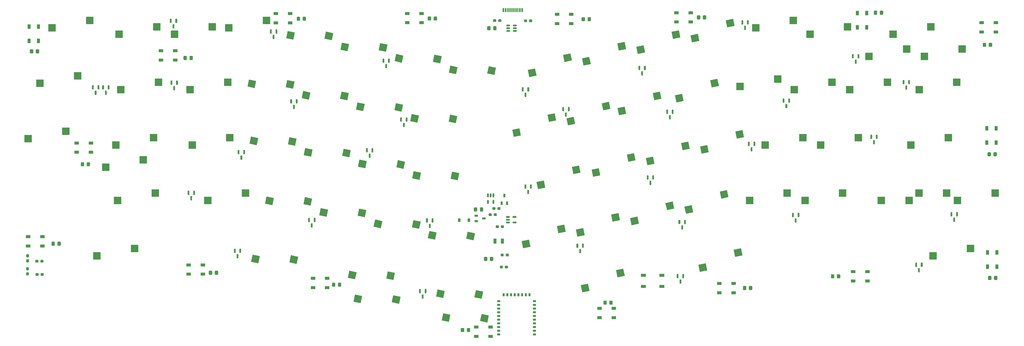
<source format=gbr>
%TF.GenerationSoftware,KiCad,Pcbnew,(5.1.10-1-10_14)*%
%TF.CreationDate,2021-05-29T20:47:56+07:00*%
%TF.ProjectId,geulis,6765756c-6973-42e6-9b69-6361645f7063,rev?*%
%TF.SameCoordinates,Original*%
%TF.FileFunction,Paste,Bot*%
%TF.FilePolarity,Positive*%
%FSLAX46Y46*%
G04 Gerber Fmt 4.6, Leading zero omitted, Abs format (unit mm)*
G04 Created by KiCad (PCBNEW (5.1.10-1-10_14)) date 2021-05-29 20:47:56*
%MOMM*%
%LPD*%
G01*
G04 APERTURE LIST*
%ADD10R,1.000000X1.800000*%
%ADD11R,1.000000X0.650000*%
%ADD12R,0.650000X1.000000*%
%ADD13R,1.700000X1.000000*%
%ADD14R,0.650000X1.220000*%
%ADD15R,1.220000X0.650000*%
%ADD16R,0.600000X1.450000*%
%ADD17R,0.300000X1.450000*%
%ADD18R,0.900000X1.200000*%
%ADD19R,1.500000X1.000000*%
%ADD20R,1.000000X1.500000*%
%ADD21C,0.100000*%
%ADD22R,2.550000X2.500000*%
G04 APERTURE END LIST*
D10*
%TO.C,Y2*%
X185681809Y52658558D03*
X188181809Y52658558D03*
%TD*%
%TO.C,U5*%
G36*
G01*
X183081809Y66746058D02*
X183381809Y66746058D01*
G75*
G02*
X183531809Y66596058I0J-150000D01*
G01*
X183531809Y65571058D01*
G75*
G02*
X183381809Y65421058I-150000J0D01*
G01*
X183081809Y65421058D01*
G75*
G02*
X182931809Y65571058I0J150000D01*
G01*
X182931809Y66596058D01*
G75*
G02*
X183081809Y66746058I150000J0D01*
G01*
G37*
G36*
G01*
X184981809Y66746058D02*
X185281809Y66746058D01*
G75*
G02*
X185431809Y66596058I0J-150000D01*
G01*
X185431809Y65571058D01*
G75*
G02*
X185281809Y65421058I-150000J0D01*
G01*
X184981809Y65421058D01*
G75*
G02*
X184831809Y65571058I0J150000D01*
G01*
X184831809Y66596058D01*
G75*
G02*
X184981809Y66746058I150000J0D01*
G01*
G37*
G36*
G01*
X184981809Y69021058D02*
X185281809Y69021058D01*
G75*
G02*
X185431809Y68871058I0J-150000D01*
G01*
X185431809Y67846058D01*
G75*
G02*
X185281809Y67696058I-150000J0D01*
G01*
X184981809Y67696058D01*
G75*
G02*
X184831809Y67846058I0J150000D01*
G01*
X184831809Y68871058D01*
G75*
G02*
X184981809Y69021058I150000J0D01*
G01*
G37*
G36*
G01*
X184031809Y69021058D02*
X184331809Y69021058D01*
G75*
G02*
X184481809Y68871058I0J-150000D01*
G01*
X184481809Y67846058D01*
G75*
G02*
X184331809Y67696058I-150000J0D01*
G01*
X184031809Y67696058D01*
G75*
G02*
X183881809Y67846058I0J150000D01*
G01*
X183881809Y68871058D01*
G75*
G02*
X184031809Y69021058I150000J0D01*
G01*
G37*
G36*
G01*
X183081809Y69021058D02*
X183381809Y69021058D01*
G75*
G02*
X183531809Y68871058I0J-150000D01*
G01*
X183531809Y67846058D01*
G75*
G02*
X183381809Y67696058I-150000J0D01*
G01*
X183081809Y67696058D01*
G75*
G02*
X182931809Y67846058I0J150000D01*
G01*
X182931809Y68871058D01*
G75*
G02*
X183081809Y69021058I150000J0D01*
G01*
G37*
%TD*%
%TO.C,U4*%
G36*
G01*
X190856809Y126908558D02*
X190856809Y126608558D01*
G75*
G02*
X190706809Y126458558I-150000J0D01*
G01*
X189681809Y126458558D01*
G75*
G02*
X189531809Y126608558I0J150000D01*
G01*
X189531809Y126908558D01*
G75*
G02*
X189681809Y127058558I150000J0D01*
G01*
X190706809Y127058558D01*
G75*
G02*
X190856809Y126908558I0J-150000D01*
G01*
G37*
G36*
G01*
X190856809Y125958558D02*
X190856809Y125658558D01*
G75*
G02*
X190706809Y125508558I-150000J0D01*
G01*
X189681809Y125508558D01*
G75*
G02*
X189531809Y125658558I0J150000D01*
G01*
X189531809Y125958558D01*
G75*
G02*
X189681809Y126108558I150000J0D01*
G01*
X190706809Y126108558D01*
G75*
G02*
X190856809Y125958558I0J-150000D01*
G01*
G37*
G36*
G01*
X190856809Y125008558D02*
X190856809Y124708558D01*
G75*
G02*
X190706809Y124558558I-150000J0D01*
G01*
X189681809Y124558558D01*
G75*
G02*
X189531809Y124708558I0J150000D01*
G01*
X189531809Y125008558D01*
G75*
G02*
X189681809Y125158558I150000J0D01*
G01*
X190706809Y125158558D01*
G75*
G02*
X190856809Y125008558I0J-150000D01*
G01*
G37*
G36*
G01*
X193131809Y125008558D02*
X193131809Y124708558D01*
G75*
G02*
X192981809Y124558558I-150000J0D01*
G01*
X191956809Y124558558D01*
G75*
G02*
X191806809Y124708558I0J150000D01*
G01*
X191806809Y125008558D01*
G75*
G02*
X191956809Y125158558I150000J0D01*
G01*
X192981809Y125158558D01*
G75*
G02*
X193131809Y125008558I0J-150000D01*
G01*
G37*
G36*
G01*
X193131809Y125958558D02*
X193131809Y125658558D01*
G75*
G02*
X192981809Y125508558I-150000J0D01*
G01*
X191956809Y125508558D01*
G75*
G02*
X191806809Y125658558I0J150000D01*
G01*
X191806809Y125958558D01*
G75*
G02*
X191956809Y126108558I150000J0D01*
G01*
X192981809Y126108558D01*
G75*
G02*
X193131809Y125958558I0J-150000D01*
G01*
G37*
G36*
G01*
X193131809Y126908558D02*
X193131809Y126608558D01*
G75*
G02*
X192981809Y126458558I-150000J0D01*
G01*
X191956809Y126458558D01*
G75*
G02*
X191806809Y126608558I0J150000D01*
G01*
X191806809Y126908558D01*
G75*
G02*
X191956809Y127058558I150000J0D01*
G01*
X192981809Y127058558D01*
G75*
G02*
X193131809Y126908558I0J-150000D01*
G01*
G37*
%TD*%
D11*
%TO.C,U3*%
X186962809Y31958558D03*
X186962809Y30688558D03*
X186962809Y29418558D03*
X186962809Y28148558D03*
X186962809Y26878558D03*
X186962809Y25608558D03*
X186962809Y24338558D03*
X186962809Y23068558D03*
X186962809Y21798558D03*
X186962809Y20528558D03*
X199200809Y28148558D03*
X199200809Y20528558D03*
X199200809Y26878558D03*
X199200809Y21798558D03*
X199200809Y23068558D03*
X199200809Y24338558D03*
X199200809Y29418558D03*
X199200809Y25608558D03*
X199200809Y30688558D03*
X199200809Y31958558D03*
D12*
X196231809Y34177558D03*
X188611809Y34177558D03*
X194961809Y34177558D03*
X189881809Y34177558D03*
X191151809Y34177558D03*
X192421809Y34177558D03*
X197501809Y34177558D03*
X193691809Y34177558D03*
%TD*%
%TO.C,U2*%
G36*
G01*
X191696809Y58878558D02*
X191696809Y59178558D01*
G75*
G02*
X191846809Y59328558I150000J0D01*
G01*
X192871809Y59328558D01*
G75*
G02*
X193021809Y59178558I0J-150000D01*
G01*
X193021809Y58878558D01*
G75*
G02*
X192871809Y58728558I-150000J0D01*
G01*
X191846809Y58728558D01*
G75*
G02*
X191696809Y58878558I0J150000D01*
G01*
G37*
G36*
G01*
X191696809Y60778558D02*
X191696809Y61078558D01*
G75*
G02*
X191846809Y61228558I150000J0D01*
G01*
X192871809Y61228558D01*
G75*
G02*
X193021809Y61078558I0J-150000D01*
G01*
X193021809Y60778558D01*
G75*
G02*
X192871809Y60628558I-150000J0D01*
G01*
X191846809Y60628558D01*
G75*
G02*
X191696809Y60778558I0J150000D01*
G01*
G37*
G36*
G01*
X189421809Y60778558D02*
X189421809Y61078558D01*
G75*
G02*
X189571809Y61228558I150000J0D01*
G01*
X190596809Y61228558D01*
G75*
G02*
X190746809Y61078558I0J-150000D01*
G01*
X190746809Y60778558D01*
G75*
G02*
X190596809Y60628558I-150000J0D01*
G01*
X189571809Y60628558D01*
G75*
G02*
X189421809Y60778558I0J150000D01*
G01*
G37*
G36*
G01*
X189421809Y59828558D02*
X189421809Y60128558D01*
G75*
G02*
X189571809Y60278558I150000J0D01*
G01*
X190596809Y60278558D01*
G75*
G02*
X190746809Y60128558I0J-150000D01*
G01*
X190746809Y59828558D01*
G75*
G02*
X190596809Y59678558I-150000J0D01*
G01*
X189571809Y59678558D01*
G75*
G02*
X189421809Y59828558I0J150000D01*
G01*
G37*
G36*
G01*
X189421809Y58878558D02*
X189421809Y59178558D01*
G75*
G02*
X189571809Y59328558I150000J0D01*
G01*
X190596809Y59328558D01*
G75*
G02*
X190746809Y59178558I0J-150000D01*
G01*
X190746809Y58878558D01*
G75*
G02*
X190596809Y58728558I-150000J0D01*
G01*
X189571809Y58728558D01*
G75*
G02*
X189421809Y58878558I0J150000D01*
G01*
G37*
%TD*%
D13*
%TO.C,SW_RESET2*%
X242951809Y40888558D03*
X236651809Y40888558D03*
X242951809Y37088558D03*
X236651809Y37088558D03*
%TD*%
%TO.C,R10*%
G36*
G01*
X189356809Y47621058D02*
X189356809Y48096058D01*
G75*
G02*
X189594309Y48333558I237500J0D01*
G01*
X190169309Y48333558D01*
G75*
G02*
X190406809Y48096058I0J-237500D01*
G01*
X190406809Y47621058D01*
G75*
G02*
X190169309Y47383558I-237500J0D01*
G01*
X189594309Y47383558D01*
G75*
G02*
X189356809Y47621058I0J237500D01*
G01*
G37*
G36*
G01*
X187606809Y47621058D02*
X187606809Y48096058D01*
G75*
G02*
X187844309Y48333558I237500J0D01*
G01*
X188419309Y48333558D01*
G75*
G02*
X188656809Y48096058I0J-237500D01*
G01*
X188656809Y47621058D01*
G75*
G02*
X188419309Y47383558I-237500J0D01*
G01*
X187844309Y47383558D01*
G75*
G02*
X187606809Y47621058I0J237500D01*
G01*
G37*
%TD*%
%TO.C,R9*%
G36*
G01*
X29531809Y45471058D02*
X29531809Y45946058D01*
G75*
G02*
X29769309Y46183558I237500J0D01*
G01*
X30344309Y46183558D01*
G75*
G02*
X30581809Y45946058I0J-237500D01*
G01*
X30581809Y45471058D01*
G75*
G02*
X30344309Y45233558I-237500J0D01*
G01*
X29769309Y45233558D01*
G75*
G02*
X29531809Y45471058I0J237500D01*
G01*
G37*
G36*
G01*
X27781809Y45471058D02*
X27781809Y45946058D01*
G75*
G02*
X28019309Y46183558I237500J0D01*
G01*
X28594309Y46183558D01*
G75*
G02*
X28831809Y45946058I0J-237500D01*
G01*
X28831809Y45471058D01*
G75*
G02*
X28594309Y45233558I-237500J0D01*
G01*
X28019309Y45233558D01*
G75*
G02*
X27781809Y45471058I0J237500D01*
G01*
G37*
%TD*%
%TO.C,R8*%
G36*
G01*
X28906809Y41396058D02*
X28906809Y40921058D01*
G75*
G02*
X28669309Y40683558I-237500J0D01*
G01*
X28094309Y40683558D01*
G75*
G02*
X27856809Y40921058I0J237500D01*
G01*
X27856809Y41396058D01*
G75*
G02*
X28094309Y41633558I237500J0D01*
G01*
X28669309Y41633558D01*
G75*
G02*
X28906809Y41396058I0J-237500D01*
G01*
G37*
G36*
G01*
X30656809Y41396058D02*
X30656809Y40921058D01*
G75*
G02*
X30419309Y40683558I-237500J0D01*
G01*
X29844309Y40683558D01*
G75*
G02*
X29606809Y40921058I0J237500D01*
G01*
X29606809Y41396058D01*
G75*
G02*
X29844309Y41633558I237500J0D01*
G01*
X30419309Y41633558D01*
G75*
G02*
X30656809Y41396058I0J-237500D01*
G01*
G37*
%TD*%
%TO.C,R7*%
G36*
G01*
X196661809Y128616058D02*
X196661809Y128141058D01*
G75*
G02*
X196424309Y127903558I-237500J0D01*
G01*
X195849309Y127903558D01*
G75*
G02*
X195611809Y128141058I0J237500D01*
G01*
X195611809Y128616058D01*
G75*
G02*
X195849309Y128853558I237500J0D01*
G01*
X196424309Y128853558D01*
G75*
G02*
X196661809Y128616058I0J-237500D01*
G01*
G37*
G36*
G01*
X198411809Y128616058D02*
X198411809Y128141058D01*
G75*
G02*
X198174309Y127903558I-237500J0D01*
G01*
X197599309Y127903558D01*
G75*
G02*
X197361809Y128141058I0J237500D01*
G01*
X197361809Y128616058D01*
G75*
G02*
X197599309Y128853558I237500J0D01*
G01*
X198174309Y128853558D01*
G75*
G02*
X198411809Y128616058I0J-237500D01*
G01*
G37*
%TD*%
%TO.C,R6*%
G36*
G01*
X186766809Y128191058D02*
X186766809Y128666058D01*
G75*
G02*
X187004309Y128903558I237500J0D01*
G01*
X187579309Y128903558D01*
G75*
G02*
X187816809Y128666058I0J-237500D01*
G01*
X187816809Y128191058D01*
G75*
G02*
X187579309Y127953558I-237500J0D01*
G01*
X187004309Y127953558D01*
G75*
G02*
X186766809Y128191058I0J237500D01*
G01*
G37*
G36*
G01*
X185016809Y128191058D02*
X185016809Y128666058D01*
G75*
G02*
X185254309Y128903558I237500J0D01*
G01*
X185829309Y128903558D01*
G75*
G02*
X186066809Y128666058I0J-237500D01*
G01*
X186066809Y128191058D01*
G75*
G02*
X185829309Y127953558I-237500J0D01*
G01*
X185254309Y127953558D01*
G75*
G02*
X185016809Y128191058I0J237500D01*
G01*
G37*
%TD*%
%TO.C,R5*%
G36*
G01*
X187681809Y57361058D02*
X187681809Y57836058D01*
G75*
G02*
X187919309Y58073558I237500J0D01*
G01*
X188494309Y58073558D01*
G75*
G02*
X188731809Y57836058I0J-237500D01*
G01*
X188731809Y57361058D01*
G75*
G02*
X188494309Y57123558I-237500J0D01*
G01*
X187919309Y57123558D01*
G75*
G02*
X187681809Y57361058I0J237500D01*
G01*
G37*
G36*
G01*
X185931809Y57361058D02*
X185931809Y57836058D01*
G75*
G02*
X186169309Y58073558I237500J0D01*
G01*
X186744309Y58073558D01*
G75*
G02*
X186981809Y57836058I0J-237500D01*
G01*
X186981809Y57361058D01*
G75*
G02*
X186744309Y57123558I-237500J0D01*
G01*
X186169309Y57123558D01*
G75*
G02*
X185931809Y57361058I0J237500D01*
G01*
G37*
%TD*%
%TO.C,R4*%
G36*
G01*
X186501809Y63611058D02*
X186501809Y64086058D01*
G75*
G02*
X186739309Y64323558I237500J0D01*
G01*
X187314309Y64323558D01*
G75*
G02*
X187551809Y64086058I0J-237500D01*
G01*
X187551809Y63611058D01*
G75*
G02*
X187314309Y63373558I-237500J0D01*
G01*
X186739309Y63373558D01*
G75*
G02*
X186501809Y63611058I0J237500D01*
G01*
G37*
G36*
G01*
X184751809Y63611058D02*
X184751809Y64086058D01*
G75*
G02*
X184989309Y64323558I237500J0D01*
G01*
X185564309Y64323558D01*
G75*
G02*
X185801809Y64086058I0J-237500D01*
G01*
X185801809Y63611058D01*
G75*
G02*
X185564309Y63373558I-237500J0D01*
G01*
X184989309Y63373558D01*
G75*
G02*
X184751809Y63611058I0J237500D01*
G01*
G37*
%TD*%
%TO.C,R3*%
G36*
G01*
X185221809Y61471058D02*
X185221809Y61946058D01*
G75*
G02*
X185459309Y62183558I237500J0D01*
G01*
X186034309Y62183558D01*
G75*
G02*
X186271809Y61946058I0J-237500D01*
G01*
X186271809Y61471058D01*
G75*
G02*
X186034309Y61233558I-237500J0D01*
G01*
X185459309Y61233558D01*
G75*
G02*
X185221809Y61471058I0J237500D01*
G01*
G37*
G36*
G01*
X183471809Y61471058D02*
X183471809Y61946058D01*
G75*
G02*
X183709309Y62183558I237500J0D01*
G01*
X184284309Y62183558D01*
G75*
G02*
X184521809Y61946058I0J-237500D01*
G01*
X184521809Y61471058D01*
G75*
G02*
X184284309Y61233558I-237500J0D01*
G01*
X183709309Y61233558D01*
G75*
G02*
X183471809Y61471058I0J237500D01*
G01*
G37*
%TD*%
%TO.C,R2*%
G36*
G01*
X189056809Y43471058D02*
X189056809Y43946058D01*
G75*
G02*
X189294309Y44183558I237500J0D01*
G01*
X189869309Y44183558D01*
G75*
G02*
X190106809Y43946058I0J-237500D01*
G01*
X190106809Y43471058D01*
G75*
G02*
X189869309Y43233558I-237500J0D01*
G01*
X189294309Y43233558D01*
G75*
G02*
X189056809Y43471058I0J237500D01*
G01*
G37*
G36*
G01*
X187306809Y43471058D02*
X187306809Y43946058D01*
G75*
G02*
X187544309Y44183558I237500J0D01*
G01*
X188119309Y44183558D01*
G75*
G02*
X188356809Y43946058I0J-237500D01*
G01*
X188356809Y43471058D01*
G75*
G02*
X188119309Y43233558I-237500J0D01*
G01*
X187544309Y43233558D01*
G75*
G02*
X187306809Y43471058I0J237500D01*
G01*
G37*
%TD*%
D14*
%TO.C,Q3*%
X188881809Y68278558D03*
X187931809Y65658558D03*
X189831809Y65658558D03*
%TD*%
D15*
%TO.C,Q2*%
X181871809Y60408558D03*
X179251809Y61358558D03*
X179251809Y59458558D03*
%TD*%
D16*
%TO.C,J2*%
X195001809Y132008558D03*
X194201809Y132008558D03*
X189301809Y132008558D03*
X188501809Y132008558D03*
X188501809Y132008558D03*
X189301809Y132008558D03*
X194201809Y132008558D03*
X195001809Y132008558D03*
D17*
X190001809Y132008558D03*
X190501809Y132008558D03*
X191001809Y132008558D03*
X192001809Y132008558D03*
X192501809Y132008558D03*
X193001809Y132008558D03*
X193501809Y132008558D03*
X191501809Y132008558D03*
%TD*%
%TO.C,F2*%
G36*
G01*
X185026809Y125368557D02*
X185026809Y126268559D01*
G75*
G02*
X185276808Y126518558I249999J0D01*
G01*
X185926810Y126518558D01*
G75*
G02*
X186176809Y126268559I0J-249999D01*
G01*
X186176809Y125368557D01*
G75*
G02*
X185926810Y125118558I-249999J0D01*
G01*
X185276808Y125118558D01*
G75*
G02*
X185026809Y125368557I0J249999D01*
G01*
G37*
G36*
G01*
X182976809Y125368557D02*
X182976809Y126268559D01*
G75*
G02*
X183226808Y126518558I249999J0D01*
G01*
X183876810Y126518558D01*
G75*
G02*
X184126809Y126268559I0J-249999D01*
G01*
X184126809Y125368557D01*
G75*
G02*
X183876810Y125118558I-249999J0D01*
G01*
X183226808Y125118558D01*
G75*
G02*
X182976809Y125368557I0J249999D01*
G01*
G37*
%TD*%
%TO.C,D54*%
G36*
G01*
X25369309Y47058558D02*
X24894309Y47058558D01*
G75*
G02*
X24656809Y47296058I0J237500D01*
G01*
X24656809Y47871058D01*
G75*
G02*
X24894309Y48108558I237500J0D01*
G01*
X25369309Y48108558D01*
G75*
G02*
X25606809Y47871058I0J-237500D01*
G01*
X25606809Y47296058D01*
G75*
G02*
X25369309Y47058558I-237500J0D01*
G01*
G37*
G36*
G01*
X25369309Y45308558D02*
X24894309Y45308558D01*
G75*
G02*
X24656809Y45546058I0J237500D01*
G01*
X24656809Y46121058D01*
G75*
G02*
X24894309Y46358558I237500J0D01*
G01*
X25369309Y46358558D01*
G75*
G02*
X25606809Y46121058I0J-237500D01*
G01*
X25606809Y45546058D01*
G75*
G02*
X25369309Y45308558I-237500J0D01*
G01*
G37*
%TD*%
%TO.C,D53*%
G36*
G01*
X25319309Y42583558D02*
X24844309Y42583558D01*
G75*
G02*
X24606809Y42821058I0J237500D01*
G01*
X24606809Y43396058D01*
G75*
G02*
X24844309Y43633558I237500J0D01*
G01*
X25319309Y43633558D01*
G75*
G02*
X25556809Y43396058I0J-237500D01*
G01*
X25556809Y42821058D01*
G75*
G02*
X25319309Y42583558I-237500J0D01*
G01*
G37*
G36*
G01*
X25319309Y40833558D02*
X24844309Y40833558D01*
G75*
G02*
X24606809Y41071058I0J237500D01*
G01*
X24606809Y41646058D01*
G75*
G02*
X24844309Y41883558I237500J0D01*
G01*
X25319309Y41883558D01*
G75*
G02*
X25556809Y41646058I0J-237500D01*
G01*
X25556809Y41071058D01*
G75*
G02*
X25319309Y40833558I-237500J0D01*
G01*
G37*
%TD*%
D18*
%TO.C,D52*%
X176641809Y59858558D03*
X173341809Y59858558D03*
%TD*%
D19*
%TO.C,D51*%
X123131809Y36658558D03*
X123131809Y39858558D03*
X128031809Y36658558D03*
X128031809Y39858558D03*
%TD*%
%TO.C,D50*%
X80421809Y41258558D03*
X80421809Y44458558D03*
X85321809Y41258558D03*
X85321809Y44458558D03*
%TD*%
%TO.C,D49*%
X25301809Y50958558D03*
X25301809Y54158558D03*
X30201809Y50958558D03*
X30201809Y54158558D03*
%TD*%
%TO.C,D48*%
X42001809Y83158558D03*
X42001809Y86358558D03*
X46901809Y83158558D03*
X46901809Y86358558D03*
%TD*%
D20*
%TO.C,D47*%
X28821809Y121468558D03*
X25621809Y121468558D03*
X28821809Y126368558D03*
X25621809Y126368558D03*
%TD*%
D19*
%TO.C,D46*%
X70951809Y114858558D03*
X70951809Y118058558D03*
X75851809Y114858558D03*
X75851809Y118058558D03*
%TD*%
%TO.C,D45*%
X110371809Y127628558D03*
X110371809Y130828558D03*
X115271809Y127628558D03*
X115271809Y130828558D03*
%TD*%
%TO.C,D44*%
X155481809Y127698558D03*
X155481809Y130898558D03*
X160381809Y127698558D03*
X160381809Y130898558D03*
%TD*%
%TO.C,D43*%
X206951809Y127388558D03*
X206951809Y130588558D03*
X211851809Y127388558D03*
X211851809Y130588558D03*
%TD*%
%TO.C,D42*%
X247951809Y127958558D03*
X247951809Y131158558D03*
X252851809Y127958558D03*
X252851809Y131158558D03*
%TD*%
D20*
%TO.C,D41*%
X313301809Y126138558D03*
X310101809Y126138558D03*
X313301809Y131038558D03*
X310101809Y131038558D03*
%TD*%
D19*
%TO.C,D40*%
X357721809Y127708558D03*
X357721809Y124508558D03*
X352821809Y127708558D03*
X352821809Y124508558D03*
%TD*%
D20*
%TO.C,D39*%
X357791809Y86508558D03*
X354591809Y86508558D03*
X357791809Y91408558D03*
X354591809Y91408558D03*
%TD*%
%TO.C,D38*%
X358021809Y43828558D03*
X354821809Y43828558D03*
X358021809Y48728558D03*
X354821809Y48728558D03*
%TD*%
D19*
%TO.C,D37*%
X308691809Y38918558D03*
X308691809Y42118558D03*
X313591809Y38918558D03*
X313591809Y42118558D03*
%TD*%
%TO.C,D36*%
X267591809Y38088558D03*
X267591809Y34888558D03*
X262691809Y38088558D03*
X262691809Y34888558D03*
%TD*%
%TO.C,D35*%
X184151809Y23098558D03*
X184151809Y19898558D03*
X179251809Y23098558D03*
X179251809Y19898558D03*
%TD*%
%TO.C,D34*%
X226461809Y29478558D03*
X226461809Y26278558D03*
X221561809Y29478558D03*
X221561809Y26278558D03*
%TD*%
%TO.C,C20*%
G36*
G01*
X183906809Y46058557D02*
X183906809Y46958559D01*
G75*
G02*
X184156808Y47208558I249999J0D01*
G01*
X184806810Y47208558D01*
G75*
G02*
X185056809Y46958559I0J-249999D01*
G01*
X185056809Y46058557D01*
G75*
G02*
X184806810Y45808558I-249999J0D01*
G01*
X184156808Y45808558D01*
G75*
G02*
X183906809Y46058557I0J249999D01*
G01*
G37*
G36*
G01*
X181856809Y46058557D02*
X181856809Y46958559D01*
G75*
G02*
X182106808Y47208558I249999J0D01*
G01*
X182756810Y47208558D01*
G75*
G02*
X183006809Y46958559I0J-249999D01*
G01*
X183006809Y46058557D01*
G75*
G02*
X182756810Y45808558I-249999J0D01*
G01*
X182106808Y45808558D01*
G75*
G02*
X181856809Y46058557I0J249999D01*
G01*
G37*
%TD*%
%TO.C,C19*%
G36*
G01*
X131696809Y37198557D02*
X131696809Y38098559D01*
G75*
G02*
X131946808Y38348558I249999J0D01*
G01*
X132596810Y38348558D01*
G75*
G02*
X132846809Y38098559I0J-249999D01*
G01*
X132846809Y37198557D01*
G75*
G02*
X132596810Y36948558I-249999J0D01*
G01*
X131946808Y36948558D01*
G75*
G02*
X131696809Y37198557I0J249999D01*
G01*
G37*
G36*
G01*
X129646809Y37198557D02*
X129646809Y38098559D01*
G75*
G02*
X129896808Y38348558I249999J0D01*
G01*
X130546810Y38348558D01*
G75*
G02*
X130796809Y38098559I0J-249999D01*
G01*
X130796809Y37198557D01*
G75*
G02*
X130546810Y36948558I-249999J0D01*
G01*
X129896808Y36948558D01*
G75*
G02*
X129646809Y37198557I0J249999D01*
G01*
G37*
%TD*%
%TO.C,C18*%
G36*
G01*
X180461809Y63068557D02*
X180461809Y63968559D01*
G75*
G02*
X180711808Y64218558I249999J0D01*
G01*
X181361810Y64218558D01*
G75*
G02*
X181611809Y63968559I0J-249999D01*
G01*
X181611809Y63068557D01*
G75*
G02*
X181361810Y62818558I-249999J0D01*
G01*
X180711808Y62818558D01*
G75*
G02*
X180461809Y63068557I0J249999D01*
G01*
G37*
G36*
G01*
X178411809Y63068557D02*
X178411809Y63968559D01*
G75*
G02*
X178661808Y64218558I249999J0D01*
G01*
X179311810Y64218558D01*
G75*
G02*
X179561809Y63968559I0J-249999D01*
G01*
X179561809Y63068557D01*
G75*
G02*
X179311810Y62818558I-249999J0D01*
G01*
X178661808Y62818558D01*
G75*
G02*
X178411809Y63068557I0J249999D01*
G01*
G37*
%TD*%
%TO.C,C17*%
G36*
G01*
X175966809Y21608557D02*
X175966809Y22508559D01*
G75*
G02*
X176216808Y22758558I249999J0D01*
G01*
X176866810Y22758558D01*
G75*
G02*
X177116809Y22508559I0J-249999D01*
G01*
X177116809Y21608557D01*
G75*
G02*
X176866810Y21358558I-249999J0D01*
G01*
X176216808Y21358558D01*
G75*
G02*
X175966809Y21608557I0J249999D01*
G01*
G37*
G36*
G01*
X173916809Y21608557D02*
X173916809Y22508559D01*
G75*
G02*
X174166808Y22758558I249999J0D01*
G01*
X174816810Y22758558D01*
G75*
G02*
X175066809Y22508559I0J-249999D01*
G01*
X175066809Y21608557D01*
G75*
G02*
X174816810Y21358558I-249999J0D01*
G01*
X174166808Y21358558D01*
G75*
G02*
X173916809Y21608557I0J249999D01*
G01*
G37*
%TD*%
%TO.C,C16*%
G36*
G01*
X45436809Y78598557D02*
X45436809Y79498559D01*
G75*
G02*
X45686808Y79748558I249999J0D01*
G01*
X46336810Y79748558D01*
G75*
G02*
X46586809Y79498559I0J-249999D01*
G01*
X46586809Y78598557D01*
G75*
G02*
X46336810Y78348558I-249999J0D01*
G01*
X45686808Y78348558D01*
G75*
G02*
X45436809Y78598557I0J249999D01*
G01*
G37*
G36*
G01*
X43386809Y78598557D02*
X43386809Y79498559D01*
G75*
G02*
X43636808Y79748558I249999J0D01*
G01*
X44286810Y79748558D01*
G75*
G02*
X44536809Y79498559I0J-249999D01*
G01*
X44536809Y78598557D01*
G75*
G02*
X44286810Y78348558I-249999J0D01*
G01*
X43636808Y78348558D01*
G75*
G02*
X43386809Y78598557I0J249999D01*
G01*
G37*
%TD*%
%TO.C,C15*%
G36*
G01*
X217461809Y128448557D02*
X217461809Y129348559D01*
G75*
G02*
X217711808Y129598558I249999J0D01*
G01*
X218361810Y129598558D01*
G75*
G02*
X218611809Y129348559I0J-249999D01*
G01*
X218611809Y128448557D01*
G75*
G02*
X218361810Y128198558I-249999J0D01*
G01*
X217711808Y128198558D01*
G75*
G02*
X217461809Y128448557I0J249999D01*
G01*
G37*
G36*
G01*
X215411809Y128448557D02*
X215411809Y129348559D01*
G75*
G02*
X215661808Y129598558I249999J0D01*
G01*
X216311810Y129598558D01*
G75*
G02*
X216561809Y129348559I0J-249999D01*
G01*
X216561809Y128448557D01*
G75*
G02*
X216311810Y128198558I-249999J0D01*
G01*
X215661808Y128198558D01*
G75*
G02*
X215411809Y128448557I0J249999D01*
G01*
G37*
%TD*%
%TO.C,C14*%
G36*
G01*
X303086809Y40068557D02*
X303086809Y40968559D01*
G75*
G02*
X303336808Y41218558I249999J0D01*
G01*
X303986810Y41218558D01*
G75*
G02*
X304236809Y40968559I0J-249999D01*
G01*
X304236809Y40068557D01*
G75*
G02*
X303986810Y39818558I-249999J0D01*
G01*
X303336808Y39818558D01*
G75*
G02*
X303086809Y40068557I0J249999D01*
G01*
G37*
G36*
G01*
X301036809Y40068557D02*
X301036809Y40968559D01*
G75*
G02*
X301286808Y41218558I249999J0D01*
G01*
X301936810Y41218558D01*
G75*
G02*
X302186809Y40968559I0J-249999D01*
G01*
X302186809Y40068557D01*
G75*
G02*
X301936810Y39818558I-249999J0D01*
G01*
X301286808Y39818558D01*
G75*
G02*
X301036809Y40068557I0J249999D01*
G01*
G37*
%TD*%
%TO.C,C13*%
G36*
G01*
X119596809Y128628557D02*
X119596809Y129528559D01*
G75*
G02*
X119846808Y129778558I249999J0D01*
G01*
X120496810Y129778558D01*
G75*
G02*
X120746809Y129528559I0J-249999D01*
G01*
X120746809Y128628557D01*
G75*
G02*
X120496810Y128378558I-249999J0D01*
G01*
X119846808Y128378558D01*
G75*
G02*
X119596809Y128628557I0J249999D01*
G01*
G37*
G36*
G01*
X117546809Y128628557D02*
X117546809Y129528559D01*
G75*
G02*
X117796808Y129778558I249999J0D01*
G01*
X118446810Y129778558D01*
G75*
G02*
X118696809Y129528559I0J-249999D01*
G01*
X118696809Y128628557D01*
G75*
G02*
X118446810Y128378558I-249999J0D01*
G01*
X117796808Y128378558D01*
G75*
G02*
X117546809Y128628557I0J249999D01*
G01*
G37*
%TD*%
%TO.C,C12*%
G36*
G01*
X356866809Y82048557D02*
X356866809Y82948559D01*
G75*
G02*
X357116808Y83198558I249999J0D01*
G01*
X357766810Y83198558D01*
G75*
G02*
X358016809Y82948559I0J-249999D01*
G01*
X358016809Y82048557D01*
G75*
G02*
X357766810Y81798558I-249999J0D01*
G01*
X357116808Y81798558D01*
G75*
G02*
X356866809Y82048557I0J249999D01*
G01*
G37*
G36*
G01*
X354816809Y82048557D02*
X354816809Y82948559D01*
G75*
G02*
X355066808Y83198558I249999J0D01*
G01*
X355716810Y83198558D01*
G75*
G02*
X355966809Y82948559I0J-249999D01*
G01*
X355966809Y82048557D01*
G75*
G02*
X355716810Y81798558I-249999J0D01*
G01*
X355066808Y81798558D01*
G75*
G02*
X354816809Y82048557I0J249999D01*
G01*
G37*
%TD*%
%TO.C,C11*%
G36*
G01*
X35376809Y51298557D02*
X35376809Y52198559D01*
G75*
G02*
X35626808Y52448558I249999J0D01*
G01*
X36276810Y52448558D01*
G75*
G02*
X36526809Y52198559I0J-249999D01*
G01*
X36526809Y51298557D01*
G75*
G02*
X36276810Y51048558I-249999J0D01*
G01*
X35626808Y51048558D01*
G75*
G02*
X35376809Y51298557I0J249999D01*
G01*
G37*
G36*
G01*
X33326809Y51298557D02*
X33326809Y52198559D01*
G75*
G02*
X33576808Y52448558I249999J0D01*
G01*
X34226810Y52448558D01*
G75*
G02*
X34476809Y52198559I0J-249999D01*
G01*
X34476809Y51298557D01*
G75*
G02*
X34226810Y51048558I-249999J0D01*
G01*
X33576808Y51048558D01*
G75*
G02*
X33326809Y51298557I0J249999D01*
G01*
G37*
%TD*%
%TO.C,C10*%
G36*
G01*
X89416809Y41298557D02*
X89416809Y42198559D01*
G75*
G02*
X89666808Y42448558I249999J0D01*
G01*
X90316810Y42448558D01*
G75*
G02*
X90566809Y42198559I0J-249999D01*
G01*
X90566809Y41298557D01*
G75*
G02*
X90316810Y41048558I-249999J0D01*
G01*
X89666808Y41048558D01*
G75*
G02*
X89416809Y41298557I0J249999D01*
G01*
G37*
G36*
G01*
X87366809Y41298557D02*
X87366809Y42198559D01*
G75*
G02*
X87616808Y42448558I249999J0D01*
G01*
X88266810Y42448558D01*
G75*
G02*
X88516809Y42198559I0J-249999D01*
G01*
X88516809Y41298557D01*
G75*
G02*
X88266810Y41048558I-249999J0D01*
G01*
X87616808Y41048558D01*
G75*
G02*
X87366809Y41298557I0J249999D01*
G01*
G37*
%TD*%
%TO.C,C9*%
G36*
G01*
X272856809Y36048557D02*
X272856809Y36948559D01*
G75*
G02*
X273106808Y37198558I249999J0D01*
G01*
X273756810Y37198558D01*
G75*
G02*
X274006809Y36948559I0J-249999D01*
G01*
X274006809Y36048557D01*
G75*
G02*
X273756810Y35798558I-249999J0D01*
G01*
X273106808Y35798558D01*
G75*
G02*
X272856809Y36048557I0J249999D01*
G01*
G37*
G36*
G01*
X270806809Y36048557D02*
X270806809Y36948559D01*
G75*
G02*
X271056808Y37198558I249999J0D01*
G01*
X271706810Y37198558D01*
G75*
G02*
X271956809Y36948559I0J-249999D01*
G01*
X271956809Y36048557D01*
G75*
G02*
X271706810Y35798558I-249999J0D01*
G01*
X271056808Y35798558D01*
G75*
G02*
X270806809Y36048557I0J249999D01*
G01*
G37*
%TD*%
%TO.C,C8*%
G36*
G01*
X357051809Y39508557D02*
X357051809Y40408559D01*
G75*
G02*
X357301808Y40658558I249999J0D01*
G01*
X357951810Y40658558D01*
G75*
G02*
X358201809Y40408559I0J-249999D01*
G01*
X358201809Y39508557D01*
G75*
G02*
X357951810Y39258558I-249999J0D01*
G01*
X357301808Y39258558D01*
G75*
G02*
X357051809Y39508557I0J249999D01*
G01*
G37*
G36*
G01*
X355001809Y39508557D02*
X355001809Y40408559D01*
G75*
G02*
X355251808Y40658558I249999J0D01*
G01*
X355901810Y40658558D01*
G75*
G02*
X356151809Y40408559I0J-249999D01*
G01*
X356151809Y39508557D01*
G75*
G02*
X355901810Y39258558I-249999J0D01*
G01*
X355251808Y39258558D01*
G75*
G02*
X355001809Y39508557I0J249999D01*
G01*
G37*
%TD*%
%TO.C,C7*%
G36*
G01*
X164606809Y128708557D02*
X164606809Y129608559D01*
G75*
G02*
X164856808Y129858558I249999J0D01*
G01*
X165506810Y129858558D01*
G75*
G02*
X165756809Y129608559I0J-249999D01*
G01*
X165756809Y128708557D01*
G75*
G02*
X165506810Y128458558I-249999J0D01*
G01*
X164856808Y128458558D01*
G75*
G02*
X164606809Y128708557I0J249999D01*
G01*
G37*
G36*
G01*
X162556809Y128708557D02*
X162556809Y129608559D01*
G75*
G02*
X162806808Y129858558I249999J0D01*
G01*
X163456810Y129858558D01*
G75*
G02*
X163706809Y129608559I0J-249999D01*
G01*
X163706809Y128708557D01*
G75*
G02*
X163456810Y128458558I-249999J0D01*
G01*
X162806808Y128458558D01*
G75*
G02*
X162556809Y128708557I0J249999D01*
G01*
G37*
%TD*%
%TO.C,C6*%
G36*
G01*
X317816809Y130698557D02*
X317816809Y131598559D01*
G75*
G02*
X318066808Y131848558I249999J0D01*
G01*
X318716810Y131848558D01*
G75*
G02*
X318966809Y131598559I0J-249999D01*
G01*
X318966809Y130698557D01*
G75*
G02*
X318716810Y130448558I-249999J0D01*
G01*
X318066808Y130448558D01*
G75*
G02*
X317816809Y130698557I0J249999D01*
G01*
G37*
G36*
G01*
X315766809Y130698557D02*
X315766809Y131598559D01*
G75*
G02*
X316016808Y131848558I249999J0D01*
G01*
X316666810Y131848558D01*
G75*
G02*
X316916809Y131598559I0J-249999D01*
G01*
X316916809Y130698557D01*
G75*
G02*
X316666810Y130448558I-249999J0D01*
G01*
X316016808Y130448558D01*
G75*
G02*
X315766809Y130698557I0J249999D01*
G01*
G37*
%TD*%
%TO.C,C5*%
G36*
G01*
X27951809Y117408557D02*
X27951809Y118308559D01*
G75*
G02*
X28201808Y118558558I249999J0D01*
G01*
X28851810Y118558558D01*
G75*
G02*
X29101809Y118308559I0J-249999D01*
G01*
X29101809Y117408557D01*
G75*
G02*
X28851810Y117158558I-249999J0D01*
G01*
X28201808Y117158558D01*
G75*
G02*
X27951809Y117408557I0J249999D01*
G01*
G37*
G36*
G01*
X25901809Y117408557D02*
X25901809Y118308559D01*
G75*
G02*
X26151808Y118558558I249999J0D01*
G01*
X26801810Y118558558D01*
G75*
G02*
X27051809Y118308559I0J-249999D01*
G01*
X27051809Y117408557D01*
G75*
G02*
X26801810Y117158558I-249999J0D01*
G01*
X26151808Y117158558D01*
G75*
G02*
X25901809Y117408557I0J249999D01*
G01*
G37*
%TD*%
%TO.C,C4*%
G36*
G01*
X80726809Y115148557D02*
X80726809Y116048559D01*
G75*
G02*
X80976808Y116298558I249999J0D01*
G01*
X81626810Y116298558D01*
G75*
G02*
X81876809Y116048559I0J-249999D01*
G01*
X81876809Y115148557D01*
G75*
G02*
X81626810Y114898558I-249999J0D01*
G01*
X80976808Y114898558D01*
G75*
G02*
X80726809Y115148557I0J249999D01*
G01*
G37*
G36*
G01*
X78676809Y115148557D02*
X78676809Y116048559D01*
G75*
G02*
X78926808Y116298558I249999J0D01*
G01*
X79576810Y116298558D01*
G75*
G02*
X79826809Y116048559I0J-249999D01*
G01*
X79826809Y115148557D01*
G75*
G02*
X79576810Y114898558I-249999J0D01*
G01*
X78926808Y114898558D01*
G75*
G02*
X78676809Y115148557I0J249999D01*
G01*
G37*
%TD*%
%TO.C,C3*%
G36*
G01*
X224926809Y30998557D02*
X224926809Y31898559D01*
G75*
G02*
X225176808Y32148558I249999J0D01*
G01*
X225826810Y32148558D01*
G75*
G02*
X226076809Y31898559I0J-249999D01*
G01*
X226076809Y30998557D01*
G75*
G02*
X225826810Y30748558I-249999J0D01*
G01*
X225176808Y30748558D01*
G75*
G02*
X224926809Y30998557I0J249999D01*
G01*
G37*
G36*
G01*
X222876809Y30998557D02*
X222876809Y31898559D01*
G75*
G02*
X223126808Y32148558I249999J0D01*
G01*
X223776810Y32148558D01*
G75*
G02*
X224026809Y31898559I0J-249999D01*
G01*
X224026809Y30998557D01*
G75*
G02*
X223776810Y30748558I-249999J0D01*
G01*
X223126808Y30748558D01*
G75*
G02*
X222876809Y30998557I0J249999D01*
G01*
G37*
%TD*%
%TO.C,C2*%
G36*
G01*
X257046809Y129088557D02*
X257046809Y129988559D01*
G75*
G02*
X257296808Y130238558I249999J0D01*
G01*
X257946810Y130238558D01*
G75*
G02*
X258196809Y129988559I0J-249999D01*
G01*
X258196809Y129088557D01*
G75*
G02*
X257946810Y128838558I-249999J0D01*
G01*
X257296808Y128838558D01*
G75*
G02*
X257046809Y129088557I0J249999D01*
G01*
G37*
G36*
G01*
X254996809Y129088557D02*
X254996809Y129988559D01*
G75*
G02*
X255246808Y130238558I249999J0D01*
G01*
X255896810Y130238558D01*
G75*
G02*
X256146809Y129988559I0J-249999D01*
G01*
X256146809Y129088557D01*
G75*
G02*
X255896810Y128838558I-249999J0D01*
G01*
X255246808Y128838558D01*
G75*
G02*
X254996809Y129088557I0J249999D01*
G01*
G37*
%TD*%
%TO.C,C1*%
G36*
G01*
X355236809Y119678557D02*
X355236809Y120578559D01*
G75*
G02*
X355486808Y120828558I249999J0D01*
G01*
X356136810Y120828558D01*
G75*
G02*
X356386809Y120578559I0J-249999D01*
G01*
X356386809Y119678557D01*
G75*
G02*
X356136810Y119428558I-249999J0D01*
G01*
X355486808Y119428558D01*
G75*
G02*
X355236809Y119678557I0J249999D01*
G01*
G37*
G36*
G01*
X353186809Y119678557D02*
X353186809Y120578559D01*
G75*
G02*
X353436808Y120828558I249999J0D01*
G01*
X354086810Y120828558D01*
G75*
G02*
X354336809Y120578559I0J-249999D01*
G01*
X354336809Y119678557D01*
G75*
G02*
X354086810Y119428558I-249999J0D01*
G01*
X353436808Y119428558D01*
G75*
G02*
X353186809Y119678557I0J249999D01*
G01*
G37*
%TD*%
D21*
%TO.C,SW10*%
G36*
X246813995Y122128679D02*
G01*
X246294216Y124574048D01*
X248788493Y125104223D01*
X249308272Y122658854D01*
X246813995Y122128679D01*
G37*
G36*
X234697577Y116956510D02*
G01*
X234177798Y119401879D01*
X236672075Y119932054D01*
X237191854Y117486685D01*
X234697577Y116956510D01*
G37*
%TD*%
%TO.C,SW9*%
G36*
X228180283Y118167961D02*
G01*
X227660504Y120613330D01*
X230154781Y121143505D01*
X230674560Y118698136D01*
X228180283Y118167961D01*
G37*
G36*
X216063865Y112995792D02*
G01*
X215544086Y115441161D01*
X218038363Y115971336D01*
X218558142Y113525967D01*
X216063865Y112995792D01*
G37*
%TD*%
D22*
%TO.C,SW65*%
X349014409Y50065558D03*
X336087409Y47525558D03*
%TD*%
D21*
%TO.C,SW62_2*%
G36*
X170363307Y27276785D02*
G01*
X169843528Y24831416D01*
X167349251Y25361591D01*
X167869030Y27806960D01*
X170363307Y27276785D01*
G37*
G36*
X183535917Y27073606D02*
G01*
X183016138Y24628237D01*
X180521861Y25158412D01*
X181041640Y27603781D01*
X183535917Y27073606D01*
G37*
%TD*%
D22*
%TO.C,SW55_2*%
X340788809Y69163558D03*
X327861809Y66623558D03*
%TD*%
D21*
%TO.C,SW61_2*%
G36*
X140043307Y33716785D02*
G01*
X139523528Y31271416D01*
X137029251Y31801591D01*
X137549030Y34246960D01*
X140043307Y33716785D01*
G37*
G36*
X153215917Y33513606D02*
G01*
X152696138Y31068237D01*
X150201861Y31598412D01*
X150721640Y34043781D01*
X153215917Y33513606D01*
G37*
%TD*%
D22*
%TO.C,SW30_2*%
X51938559Y78053558D03*
X64865559Y80593558D03*
%TD*%
%TO.C,SW14_2*%
X314114809Y116153558D03*
X327041809Y118693558D03*
%TD*%
%TO.C,SW66*%
X333164809Y116153558D03*
X346091809Y118693558D03*
%TD*%
%TO.C,SW42*%
X341385059Y88213558D03*
X328458059Y85673558D03*
%TD*%
%TO.C,SW15*%
X70066309Y107263558D03*
X57139309Y104723558D03*
%TD*%
D21*
%TO.C,SW64*%
G36*
X268157707Y47229396D02*
G01*
X267637928Y49674765D01*
X270132205Y50204940D01*
X270651984Y47759571D01*
X268157707Y47229396D01*
G37*
G36*
X256041289Y42057227D02*
G01*
X255521510Y44502596D01*
X258015787Y45032771D01*
X258535566Y42587402D01*
X256041289Y42057227D01*
G37*
%TD*%
%TO.C,SW63*%
G36*
X227747707Y40169396D02*
G01*
X227227928Y42614765D01*
X229722205Y43144940D01*
X230241984Y40699571D01*
X227747707Y40169396D01*
G37*
G36*
X215631289Y34997227D02*
G01*
X215111510Y37442596D01*
X217605787Y37972771D01*
X218125566Y35527402D01*
X215631289Y34997227D01*
G37*
%TD*%
%TO.C,SW62*%
G36*
X178575331Y33362396D02*
G01*
X179095110Y35807765D01*
X181589387Y35277590D01*
X181069608Y32832221D01*
X178575331Y33362396D01*
G37*
G36*
X165402721Y33565575D02*
G01*
X165922500Y36010944D01*
X168416777Y35480769D01*
X167896998Y33035400D01*
X165402721Y33565575D01*
G37*
%TD*%
%TO.C,SW61*%
G36*
X148278870Y39802107D02*
G01*
X148798649Y42247476D01*
X151292926Y41717301D01*
X150773147Y39271932D01*
X148278870Y39802107D01*
G37*
G36*
X135106260Y40005286D02*
G01*
X135626039Y42450655D01*
X138120316Y41920480D01*
X137600537Y39475111D01*
X135106260Y40005286D01*
G37*
%TD*%
%TO.C,SW60*%
G36*
X115040311Y45330331D02*
G01*
X115560090Y47775700D01*
X118054367Y47245525D01*
X117534588Y44800156D01*
X115040311Y45330331D01*
G37*
G36*
X101867701Y45533510D02*
G01*
X102387480Y47978879D01*
X104881757Y47448704D01*
X104361978Y45003335D01*
X101867701Y45533510D01*
G37*
%TD*%
D22*
%TO.C,SW59*%
X61838809Y50113558D03*
X48911809Y47573558D03*
%TD*%
%TO.C,SW58*%
X38218809Y90353558D03*
X25291809Y87813558D03*
%TD*%
%TO.C,SW57*%
X42288809Y109403558D03*
X29361809Y106863558D03*
%TD*%
%TO.C,SW56*%
X357456309Y69163558D03*
X344529309Y66623558D03*
%TD*%
%TO.C,SW55*%
X331262559Y69163558D03*
X318335559Y66623558D03*
%TD*%
%TO.C,SW54*%
X305068809Y69163558D03*
X292141809Y66623558D03*
%TD*%
%TO.C,SW53*%
X286018809Y69163558D03*
X273091809Y66623558D03*
%TD*%
D21*
%TO.C,SW52*%
G36*
X263347707Y67219396D02*
G01*
X262827928Y69664765D01*
X265322205Y70194940D01*
X265841984Y67749571D01*
X263347707Y67219396D01*
G37*
G36*
X251231289Y62047227D02*
G01*
X250711510Y64492596D01*
X253205787Y65022771D01*
X253725566Y62577402D01*
X251231289Y62047227D01*
G37*
%TD*%
%TO.C,SW51*%
G36*
X244713995Y63258679D02*
G01*
X244194216Y65704048D01*
X246688493Y66234223D01*
X247208272Y63788854D01*
X244713995Y63258679D01*
G37*
G36*
X232597577Y58086510D02*
G01*
X232077798Y60531879D01*
X234572075Y61062054D01*
X235091854Y58616685D01*
X232597577Y58086510D01*
G37*
%TD*%
%TO.C,SW50*%
G36*
X226080283Y59297961D02*
G01*
X225560504Y61743330D01*
X228054781Y62273505D01*
X228574560Y59828136D01*
X226080283Y59297961D01*
G37*
G36*
X213963865Y54125792D02*
G01*
X213444086Y56571161D01*
X215938363Y57101336D01*
X216458142Y54655967D01*
X213963865Y54125792D01*
G37*
%TD*%
%TO.C,SW49*%
G36*
X207446571Y55337243D02*
G01*
X206926792Y57782612D01*
X209421069Y58312787D01*
X209940848Y55867418D01*
X207446571Y55337243D01*
G37*
G36*
X195330153Y50165074D02*
G01*
X194810374Y52610443D01*
X197304651Y53140618D01*
X197824430Y50695249D01*
X195330153Y50165074D01*
G37*
%TD*%
%TO.C,SW48*%
G36*
X175751446Y53438178D02*
G01*
X176271225Y55883547D01*
X178765502Y55353372D01*
X178245723Y52908003D01*
X175751446Y53438178D01*
G37*
G36*
X162578836Y53641357D02*
G01*
X163098615Y56086726D01*
X165592892Y55556551D01*
X165073113Y53111182D01*
X162578836Y53641357D01*
G37*
%TD*%
%TO.C,SW47*%
G36*
X157117734Y57398896D02*
G01*
X157637513Y59844265D01*
X160131790Y59314090D01*
X159612011Y56868721D01*
X157117734Y57398896D01*
G37*
G36*
X143945124Y57602075D02*
G01*
X144464903Y60047444D01*
X146959180Y59517269D01*
X146439401Y57071900D01*
X143945124Y57602075D01*
G37*
%TD*%
%TO.C,SW46*%
G36*
X138484023Y61359614D02*
G01*
X139003802Y63804983D01*
X141498079Y63274808D01*
X140978300Y60829439D01*
X138484023Y61359614D01*
G37*
G36*
X125311413Y61562793D02*
G01*
X125831192Y64008162D01*
X128325469Y63477987D01*
X127805690Y61032618D01*
X125311413Y61562793D01*
G37*
%TD*%
%TO.C,SW45*%
G36*
X119850311Y65320331D02*
G01*
X120370090Y67765700D01*
X122864367Y67235525D01*
X122344588Y64790156D01*
X119850311Y65320331D01*
G37*
G36*
X106677701Y65523510D02*
G01*
X107197480Y67968879D01*
X109691757Y67438704D01*
X109171978Y64993335D01*
X106677701Y65523510D01*
G37*
%TD*%
D22*
%TO.C,SW44*%
X99928809Y69163558D03*
X87001809Y66623558D03*
%TD*%
%TO.C,SW43*%
X68972559Y69163558D03*
X56045559Y66623558D03*
%TD*%
%TO.C,SW41*%
X310428809Y88213558D03*
X297501809Y85673558D03*
%TD*%
%TO.C,SW40*%
X291378809Y88213558D03*
X278451809Y85673558D03*
%TD*%
D21*
%TO.C,SW39*%
G36*
X268707707Y87829396D02*
G01*
X268187928Y90274765D01*
X270682205Y90804940D01*
X271201984Y88359571D01*
X268707707Y87829396D01*
G37*
G36*
X256591289Y82657227D02*
G01*
X256071510Y85102596D01*
X258565787Y85632771D01*
X259085566Y83187402D01*
X256591289Y82657227D01*
G37*
%TD*%
%TO.C,SW38*%
G36*
X250073995Y83868679D02*
G01*
X249554216Y86314048D01*
X252048493Y86844223D01*
X252568272Y84398854D01*
X250073995Y83868679D01*
G37*
G36*
X237957577Y78696510D02*
G01*
X237437798Y81141879D01*
X239932075Y81672054D01*
X240451854Y79226685D01*
X237957577Y78696510D01*
G37*
%TD*%
%TO.C,SW37*%
G36*
X231440283Y79907961D02*
G01*
X230920504Y82353330D01*
X233414781Y82883505D01*
X233934560Y80438136D01*
X231440283Y79907961D01*
G37*
G36*
X219323865Y74735792D02*
G01*
X218804086Y77181161D01*
X221298363Y77711336D01*
X221818142Y75265967D01*
X219323865Y74735792D01*
G37*
%TD*%
%TO.C,SW36*%
G36*
X212552707Y75681896D02*
G01*
X212032928Y78127265D01*
X214527205Y78657440D01*
X215046984Y76212071D01*
X212552707Y75681896D01*
G37*
G36*
X200436289Y70509727D02*
G01*
X199916510Y72955096D01*
X202410787Y73485271D01*
X202930566Y71039902D01*
X200436289Y70509727D01*
G37*
%TD*%
%TO.C,SW35*%
G36*
X170401446Y74048178D02*
G01*
X170921225Y76493547D01*
X173415502Y75963372D01*
X172895723Y73518003D01*
X170401446Y74048178D01*
G37*
G36*
X157228836Y74251357D02*
G01*
X157748615Y76696726D01*
X160242892Y76166551D01*
X159723113Y73721182D01*
X157228836Y74251357D01*
G37*
%TD*%
%TO.C,SW34*%
G36*
X151767734Y78008896D02*
G01*
X152287513Y80454265D01*
X154781790Y79924090D01*
X154262011Y77478721D01*
X151767734Y78008896D01*
G37*
G36*
X138595124Y78212075D02*
G01*
X139114903Y80657444D01*
X141609180Y80127269D01*
X141089401Y77681900D01*
X138595124Y78212075D01*
G37*
%TD*%
%TO.C,SW33*%
G36*
X133134023Y81969614D02*
G01*
X133653802Y84414983D01*
X136148079Y83884808D01*
X135628300Y81439439D01*
X133134023Y81969614D01*
G37*
G36*
X119961413Y82172793D02*
G01*
X120481192Y84618162D01*
X122975469Y84087987D01*
X122455690Y81642618D01*
X119961413Y82172793D01*
G37*
%TD*%
%TO.C,SW32*%
G36*
X114500311Y85930331D02*
G01*
X115020090Y88375700D01*
X117514367Y87845525D01*
X116994588Y85400156D01*
X114500311Y85930331D01*
G37*
G36*
X101327701Y86133510D02*
G01*
X101847480Y88578879D01*
X104341757Y88048704D01*
X103821978Y85603335D01*
X101327701Y86133510D01*
G37*
%TD*%
D22*
%TO.C,SW31*%
X94578809Y88213558D03*
X81651809Y85673558D03*
%TD*%
%TO.C,SW30*%
X68385059Y88213558D03*
X55458059Y85673558D03*
%TD*%
%TO.C,SW29*%
X46448809Y128453558D03*
X33521809Y125913558D03*
%TD*%
%TO.C,SW28*%
X344251309Y107263558D03*
X331324309Y104723558D03*
%TD*%
%TO.C,SW27*%
X320438809Y107263558D03*
X307511809Y104723558D03*
%TD*%
%TO.C,SW26*%
X301388809Y107263558D03*
X288461809Y104723558D03*
%TD*%
%TO.C,SW25*%
X282758809Y108323558D03*
X269831809Y105783558D03*
%TD*%
D21*
%TO.C,SW24*%
G36*
X260087707Y105479396D02*
G01*
X259567928Y107924765D01*
X262062205Y108454940D01*
X262581984Y106009571D01*
X260087707Y105479396D01*
G37*
G36*
X247971289Y100307227D02*
G01*
X247451510Y102752596D01*
X249945787Y103282771D01*
X250465566Y100837402D01*
X247971289Y100307227D01*
G37*
%TD*%
%TO.C,SW23*%
G36*
X240333957Y101081896D02*
G01*
X239814178Y103527265D01*
X242308455Y104057440D01*
X242828234Y101612071D01*
X240333957Y101081896D01*
G37*
G36*
X228217539Y95909727D02*
G01*
X227697760Y98355096D01*
X230192037Y98885271D01*
X230711816Y96439902D01*
X228217539Y95909727D01*
G37*
%TD*%
%TO.C,SW22*%
G36*
X222820283Y97557961D02*
G01*
X222300504Y100003330D01*
X224794781Y100533505D01*
X225314560Y98088136D01*
X222820283Y97557961D01*
G37*
G36*
X210703865Y92385792D02*
G01*
X210184086Y94831161D01*
X212678363Y95361336D01*
X213198142Y92915967D01*
X210703865Y92385792D01*
G37*
%TD*%
%TO.C,SW21*%
G36*
X204186571Y93597243D02*
G01*
X203666792Y96042612D01*
X206161069Y96572787D01*
X206680848Y94127418D01*
X204186571Y93597243D01*
G37*
G36*
X192070153Y88425074D02*
G01*
X191550374Y90870443D01*
X194044651Y91400618D01*
X194564430Y88955249D01*
X192070153Y88425074D01*
G37*
%TD*%
%TO.C,SW20*%
G36*
X169701446Y93678178D02*
G01*
X170221225Y96123547D01*
X172715502Y95593372D01*
X172195723Y93148003D01*
X169701446Y93678178D01*
G37*
G36*
X156528836Y93881357D02*
G01*
X157048615Y96326726D01*
X159542892Y95796551D01*
X159023113Y93351182D01*
X156528836Y93881357D01*
G37*
%TD*%
%TO.C,SW19*%
G36*
X151067734Y97638896D02*
G01*
X151587513Y100084265D01*
X154081790Y99554090D01*
X153562011Y97108721D01*
X151067734Y97638896D01*
G37*
G36*
X137895124Y97842075D02*
G01*
X138414903Y100287444D01*
X140909180Y99757269D01*
X140389401Y97311900D01*
X137895124Y97842075D01*
G37*
%TD*%
%TO.C,SW18*%
G36*
X132434023Y101599614D02*
G01*
X132953802Y104044983D01*
X135448079Y103514808D01*
X134928300Y101069439D01*
X132434023Y101599614D01*
G37*
G36*
X119261413Y101802793D02*
G01*
X119781192Y104248162D01*
X122275469Y103717987D01*
X121755690Y101272618D01*
X119261413Y101802793D01*
G37*
%TD*%
%TO.C,SW17*%
G36*
X113800311Y105560331D02*
G01*
X114320090Y108005700D01*
X116814367Y107475525D01*
X116294588Y105030156D01*
X113800311Y105560331D01*
G37*
G36*
X100627701Y105763510D02*
G01*
X101147480Y108208879D01*
X103641757Y107678704D01*
X103121978Y105233335D01*
X100627701Y105763510D01*
G37*
%TD*%
D22*
%TO.C,SW16*%
X93878809Y107263558D03*
X80951809Y104723558D03*
%TD*%
%TO.C,SW14*%
X335323809Y126313558D03*
X322396809Y123773558D03*
%TD*%
%TO.C,SW13*%
X306748809Y126313558D03*
X293821809Y123773558D03*
%TD*%
%TO.C,SW12*%
X288118809Y128453558D03*
X275191809Y125913558D03*
%TD*%
D21*
%TO.C,SW11*%
G36*
X265447707Y126089396D02*
G01*
X264927928Y128534765D01*
X267422205Y129064940D01*
X267941984Y126619571D01*
X265447707Y126089396D01*
G37*
G36*
X253331289Y120917227D02*
G01*
X252811510Y123362596D01*
X255305787Y123892771D01*
X255825566Y121447402D01*
X253331289Y120917227D01*
G37*
%TD*%
%TO.C,SW8*%
G36*
X209546571Y114207243D02*
G01*
X209026792Y116652612D01*
X211521069Y117182787D01*
X212040848Y114737418D01*
X209546571Y114207243D01*
G37*
G36*
X197430153Y109035074D02*
G01*
X196910374Y111480443D01*
X199404651Y112010618D01*
X199924430Y109565249D01*
X197430153Y109035074D01*
G37*
%TD*%
%TO.C,SW7*%
G36*
X182981446Y110328178D02*
G01*
X183501225Y112773547D01*
X185995502Y112243372D01*
X185475723Y109798003D01*
X182981446Y110328178D01*
G37*
G36*
X169808836Y110531357D02*
G01*
X170328615Y112976726D01*
X172822892Y112446551D01*
X172303113Y110001182D01*
X169808836Y110531357D01*
G37*
%TD*%
%TO.C,SW6*%
G36*
X164347734Y114288896D02*
G01*
X164867513Y116734265D01*
X167361790Y116204090D01*
X166842011Y113758721D01*
X164347734Y114288896D01*
G37*
G36*
X151175124Y114492075D02*
G01*
X151694903Y116937444D01*
X154189180Y116407269D01*
X153669401Y113961900D01*
X151175124Y114492075D01*
G37*
%TD*%
%TO.C,SW5*%
G36*
X145714023Y118249614D02*
G01*
X146233802Y120694983D01*
X148728079Y120164808D01*
X148208300Y117719439D01*
X145714023Y118249614D01*
G37*
G36*
X132541413Y118452793D02*
G01*
X133061192Y120898162D01*
X135555469Y120367987D01*
X135035690Y117922618D01*
X132541413Y118452793D01*
G37*
%TD*%
%TO.C,SW4*%
G36*
X127080311Y122210331D02*
G01*
X127600090Y124655700D01*
X130094367Y124125525D01*
X129574588Y121680156D01*
X127080311Y122210331D01*
G37*
G36*
X113907701Y122413510D02*
G01*
X114427480Y124858879D01*
X116921757Y124328704D01*
X116401978Y121883335D01*
X113907701Y122413510D01*
G37*
%TD*%
D22*
%TO.C,SW3*%
X107158809Y128453558D03*
X94231809Y125913558D03*
%TD*%
%TO.C,SW2*%
X88518809Y126313558D03*
X75591809Y123773558D03*
%TD*%
%TO.C,SW1*%
X69468809Y126313558D03*
X56541809Y123773558D03*
%TD*%
%TO.C,D33*%
G36*
G01*
X331111809Y43358558D02*
X331411809Y43358558D01*
G75*
G02*
X331561809Y43208558I0J-150000D01*
G01*
X331561809Y42033558D01*
G75*
G02*
X331411809Y41883558I-150000J0D01*
G01*
X331111809Y41883558D01*
G75*
G02*
X330961809Y42033558I0J150000D01*
G01*
X330961809Y43208558D01*
G75*
G02*
X331111809Y43358558I150000J0D01*
G01*
G37*
G36*
G01*
X332061809Y45233558D02*
X332361809Y45233558D01*
G75*
G02*
X332511809Y45083558I0J-150000D01*
G01*
X332511809Y43908558D01*
G75*
G02*
X332361809Y43758558I-150000J0D01*
G01*
X332061809Y43758558D01*
G75*
G02*
X331911809Y43908558I0J150000D01*
G01*
X331911809Y45083558D01*
G75*
G02*
X332061809Y45233558I150000J0D01*
G01*
G37*
G36*
G01*
X330161809Y45233558D02*
X330461809Y45233558D01*
G75*
G02*
X330611809Y45083558I0J-150000D01*
G01*
X330611809Y43908558D01*
G75*
G02*
X330461809Y43758558I-150000J0D01*
G01*
X330161809Y43758558D01*
G75*
G02*
X330011809Y43908558I0J150000D01*
G01*
X330011809Y45083558D01*
G75*
G02*
X330161809Y45233558I150000J0D01*
G01*
G37*
%TD*%
%TO.C,D32*%
G36*
G01*
X343231809Y60721058D02*
X343531809Y60721058D01*
G75*
G02*
X343681809Y60571058I0J-150000D01*
G01*
X343681809Y59396058D01*
G75*
G02*
X343531809Y59246058I-150000J0D01*
G01*
X343231809Y59246058D01*
G75*
G02*
X343081809Y59396058I0J150000D01*
G01*
X343081809Y60571058D01*
G75*
G02*
X343231809Y60721058I150000J0D01*
G01*
G37*
G36*
G01*
X344181809Y62596058D02*
X344481809Y62596058D01*
G75*
G02*
X344631809Y62446058I0J-150000D01*
G01*
X344631809Y61271058D01*
G75*
G02*
X344481809Y61121058I-150000J0D01*
G01*
X344181809Y61121058D01*
G75*
G02*
X344031809Y61271058I0J150000D01*
G01*
X344031809Y62446058D01*
G75*
G02*
X344181809Y62596058I150000J0D01*
G01*
G37*
G36*
G01*
X342281809Y62596058D02*
X342581809Y62596058D01*
G75*
G02*
X342731809Y62446058I0J-150000D01*
G01*
X342731809Y61271058D01*
G75*
G02*
X342581809Y61121058I-150000J0D01*
G01*
X342281809Y61121058D01*
G75*
G02*
X342131809Y61271058I0J150000D01*
G01*
X342131809Y62446058D01*
G75*
G02*
X342281809Y62596058I150000J0D01*
G01*
G37*
%TD*%
%TO.C,D31*%
G36*
G01*
X315681809Y87358558D02*
X315981809Y87358558D01*
G75*
G02*
X316131809Y87208558I0J-150000D01*
G01*
X316131809Y86033558D01*
G75*
G02*
X315981809Y85883558I-150000J0D01*
G01*
X315681809Y85883558D01*
G75*
G02*
X315531809Y86033558I0J150000D01*
G01*
X315531809Y87208558D01*
G75*
G02*
X315681809Y87358558I150000J0D01*
G01*
G37*
G36*
G01*
X316631809Y89233558D02*
X316931809Y89233558D01*
G75*
G02*
X317081809Y89083558I0J-150000D01*
G01*
X317081809Y87908558D01*
G75*
G02*
X316931809Y87758558I-150000J0D01*
G01*
X316631809Y87758558D01*
G75*
G02*
X316481809Y87908558I0J150000D01*
G01*
X316481809Y89083558D01*
G75*
G02*
X316631809Y89233558I150000J0D01*
G01*
G37*
G36*
G01*
X314731809Y89233558D02*
X315031809Y89233558D01*
G75*
G02*
X315181809Y89083558I0J-150000D01*
G01*
X315181809Y87908558D01*
G75*
G02*
X315031809Y87758558I-150000J0D01*
G01*
X314731809Y87758558D01*
G75*
G02*
X314581809Y87908558I0J150000D01*
G01*
X314581809Y89083558D01*
G75*
G02*
X314731809Y89233558I150000J0D01*
G01*
G37*
%TD*%
%TO.C,D30*%
G36*
G01*
X326781809Y106158558D02*
X327081809Y106158558D01*
G75*
G02*
X327231809Y106008558I0J-150000D01*
G01*
X327231809Y104833558D01*
G75*
G02*
X327081809Y104683558I-150000J0D01*
G01*
X326781809Y104683558D01*
G75*
G02*
X326631809Y104833558I0J150000D01*
G01*
X326631809Y106008558D01*
G75*
G02*
X326781809Y106158558I150000J0D01*
G01*
G37*
G36*
G01*
X327731809Y108033558D02*
X328031809Y108033558D01*
G75*
G02*
X328181809Y107883558I0J-150000D01*
G01*
X328181809Y106708558D01*
G75*
G02*
X328031809Y106558558I-150000J0D01*
G01*
X327731809Y106558558D01*
G75*
G02*
X327581809Y106708558I0J150000D01*
G01*
X327581809Y107883558D01*
G75*
G02*
X327731809Y108033558I150000J0D01*
G01*
G37*
G36*
G01*
X325831809Y108033558D02*
X326131809Y108033558D01*
G75*
G02*
X326281809Y107883558I0J-150000D01*
G01*
X326281809Y106708558D01*
G75*
G02*
X326131809Y106558558I-150000J0D01*
G01*
X325831809Y106558558D01*
G75*
G02*
X325681809Y106708558I0J150000D01*
G01*
X325681809Y107883558D01*
G75*
G02*
X325831809Y108033558I150000J0D01*
G01*
G37*
%TD*%
%TO.C,D29*%
G36*
G01*
X309381809Y115058558D02*
X309681809Y115058558D01*
G75*
G02*
X309831809Y114908558I0J-150000D01*
G01*
X309831809Y113733558D01*
G75*
G02*
X309681809Y113583558I-150000J0D01*
G01*
X309381809Y113583558D01*
G75*
G02*
X309231809Y113733558I0J150000D01*
G01*
X309231809Y114908558D01*
G75*
G02*
X309381809Y115058558I150000J0D01*
G01*
G37*
G36*
G01*
X310331809Y116933558D02*
X310631809Y116933558D01*
G75*
G02*
X310781809Y116783558I0J-150000D01*
G01*
X310781809Y115608558D01*
G75*
G02*
X310631809Y115458558I-150000J0D01*
G01*
X310331809Y115458558D01*
G75*
G02*
X310181809Y115608558I0J150000D01*
G01*
X310181809Y116783558D01*
G75*
G02*
X310331809Y116933558I150000J0D01*
G01*
G37*
G36*
G01*
X308431809Y116933558D02*
X308731809Y116933558D01*
G75*
G02*
X308881809Y116783558I0J-150000D01*
G01*
X308881809Y115608558D01*
G75*
G02*
X308731809Y115458558I-150000J0D01*
G01*
X308431809Y115458558D01*
G75*
G02*
X308281809Y115608558I0J150000D01*
G01*
X308281809Y116783558D01*
G75*
G02*
X308431809Y116933558I150000J0D01*
G01*
G37*
%TD*%
%TO.C,D28*%
G36*
G01*
X288781809Y60458558D02*
X289081809Y60458558D01*
G75*
G02*
X289231809Y60308558I0J-150000D01*
G01*
X289231809Y59133558D01*
G75*
G02*
X289081809Y58983558I-150000J0D01*
G01*
X288781809Y58983558D01*
G75*
G02*
X288631809Y59133558I0J150000D01*
G01*
X288631809Y60308558D01*
G75*
G02*
X288781809Y60458558I150000J0D01*
G01*
G37*
G36*
G01*
X289731809Y62333558D02*
X290031809Y62333558D01*
G75*
G02*
X290181809Y62183558I0J-150000D01*
G01*
X290181809Y61008558D01*
G75*
G02*
X290031809Y60858558I-150000J0D01*
G01*
X289731809Y60858558D01*
G75*
G02*
X289581809Y61008558I0J150000D01*
G01*
X289581809Y62183558D01*
G75*
G02*
X289731809Y62333558I150000J0D01*
G01*
G37*
G36*
G01*
X287831809Y62333558D02*
X288131809Y62333558D01*
G75*
G02*
X288281809Y62183558I0J-150000D01*
G01*
X288281809Y61008558D01*
G75*
G02*
X288131809Y60858558I-150000J0D01*
G01*
X287831809Y60858558D01*
G75*
G02*
X287681809Y61008558I0J150000D01*
G01*
X287681809Y62183558D01*
G75*
G02*
X287831809Y62333558I150000J0D01*
G01*
G37*
%TD*%
%TO.C,D27*%
G36*
G01*
X273631809Y84921058D02*
X273931809Y84921058D01*
G75*
G02*
X274081809Y84771058I0J-150000D01*
G01*
X274081809Y83596058D01*
G75*
G02*
X273931809Y83446058I-150000J0D01*
G01*
X273631809Y83446058D01*
G75*
G02*
X273481809Y83596058I0J150000D01*
G01*
X273481809Y84771058D01*
G75*
G02*
X273631809Y84921058I150000J0D01*
G01*
G37*
G36*
G01*
X274581809Y86796058D02*
X274881809Y86796058D01*
G75*
G02*
X275031809Y86646058I0J-150000D01*
G01*
X275031809Y85471058D01*
G75*
G02*
X274881809Y85321058I-150000J0D01*
G01*
X274581809Y85321058D01*
G75*
G02*
X274431809Y85471058I0J150000D01*
G01*
X274431809Y86646058D01*
G75*
G02*
X274581809Y86796058I150000J0D01*
G01*
G37*
G36*
G01*
X272681809Y86796058D02*
X272981809Y86796058D01*
G75*
G02*
X273131809Y86646058I0J-150000D01*
G01*
X273131809Y85471058D01*
G75*
G02*
X272981809Y85321058I-150000J0D01*
G01*
X272681809Y85321058D01*
G75*
G02*
X272531809Y85471058I0J150000D01*
G01*
X272531809Y86646058D01*
G75*
G02*
X272681809Y86796058I150000J0D01*
G01*
G37*
%TD*%
%TO.C,D26*%
G36*
G01*
X285581809Y99796058D02*
X285881809Y99796058D01*
G75*
G02*
X286031809Y99646058I0J-150000D01*
G01*
X286031809Y98471058D01*
G75*
G02*
X285881809Y98321058I-150000J0D01*
G01*
X285581809Y98321058D01*
G75*
G02*
X285431809Y98471058I0J150000D01*
G01*
X285431809Y99646058D01*
G75*
G02*
X285581809Y99796058I150000J0D01*
G01*
G37*
G36*
G01*
X286531809Y101671058D02*
X286831809Y101671058D01*
G75*
G02*
X286981809Y101521058I0J-150000D01*
G01*
X286981809Y100346058D01*
G75*
G02*
X286831809Y100196058I-150000J0D01*
G01*
X286531809Y100196058D01*
G75*
G02*
X286381809Y100346058I0J150000D01*
G01*
X286381809Y101521058D01*
G75*
G02*
X286531809Y101671058I150000J0D01*
G01*
G37*
G36*
G01*
X284631809Y101671058D02*
X284931809Y101671058D01*
G75*
G02*
X285081809Y101521058I0J-150000D01*
G01*
X285081809Y100346058D01*
G75*
G02*
X284931809Y100196058I-150000J0D01*
G01*
X284631809Y100196058D01*
G75*
G02*
X284481809Y100346058I0J150000D01*
G01*
X284481809Y101521058D01*
G75*
G02*
X284631809Y101671058I150000J0D01*
G01*
G37*
%TD*%
%TO.C,D25*%
G36*
G01*
X271381809Y126696058D02*
X271681809Y126696058D01*
G75*
G02*
X271831809Y126546058I0J-150000D01*
G01*
X271831809Y125371058D01*
G75*
G02*
X271681809Y125221058I-150000J0D01*
G01*
X271381809Y125221058D01*
G75*
G02*
X271231809Y125371058I0J150000D01*
G01*
X271231809Y126546058D01*
G75*
G02*
X271381809Y126696058I150000J0D01*
G01*
G37*
G36*
G01*
X272331809Y128571058D02*
X272631809Y128571058D01*
G75*
G02*
X272781809Y128421058I0J-150000D01*
G01*
X272781809Y127246058D01*
G75*
G02*
X272631809Y127096058I-150000J0D01*
G01*
X272331809Y127096058D01*
G75*
G02*
X272181809Y127246058I0J150000D01*
G01*
X272181809Y128421058D01*
G75*
G02*
X272331809Y128571058I150000J0D01*
G01*
G37*
G36*
G01*
X270431809Y128571058D02*
X270731809Y128571058D01*
G75*
G02*
X270881809Y128421058I0J-150000D01*
G01*
X270881809Y127246058D01*
G75*
G02*
X270731809Y127096058I-150000J0D01*
G01*
X270431809Y127096058D01*
G75*
G02*
X270281809Y127246058I0J150000D01*
G01*
X270281809Y128421058D01*
G75*
G02*
X270431809Y128571058I150000J0D01*
G01*
G37*
%TD*%
%TO.C,D24*%
G36*
G01*
X249781809Y58058558D02*
X250081809Y58058558D01*
G75*
G02*
X250231809Y57908558I0J-150000D01*
G01*
X250231809Y56733558D01*
G75*
G02*
X250081809Y56583558I-150000J0D01*
G01*
X249781809Y56583558D01*
G75*
G02*
X249631809Y56733558I0J150000D01*
G01*
X249631809Y57908558D01*
G75*
G02*
X249781809Y58058558I150000J0D01*
G01*
G37*
G36*
G01*
X250731809Y59933558D02*
X251031809Y59933558D01*
G75*
G02*
X251181809Y59783558I0J-150000D01*
G01*
X251181809Y58608558D01*
G75*
G02*
X251031809Y58458558I-150000J0D01*
G01*
X250731809Y58458558D01*
G75*
G02*
X250581809Y58608558I0J150000D01*
G01*
X250581809Y59783558D01*
G75*
G02*
X250731809Y59933558I150000J0D01*
G01*
G37*
G36*
G01*
X248831809Y59933558D02*
X249131809Y59933558D01*
G75*
G02*
X249281809Y59783558I0J-150000D01*
G01*
X249281809Y58608558D01*
G75*
G02*
X249131809Y58458558I-150000J0D01*
G01*
X248831809Y58458558D01*
G75*
G02*
X248681809Y58608558I0J150000D01*
G01*
X248681809Y59783558D01*
G75*
G02*
X248831809Y59933558I150000J0D01*
G01*
G37*
%TD*%
%TO.C,D23*%
G36*
G01*
X238881809Y73358558D02*
X239181809Y73358558D01*
G75*
G02*
X239331809Y73208558I0J-150000D01*
G01*
X239331809Y72033558D01*
G75*
G02*
X239181809Y71883558I-150000J0D01*
G01*
X238881809Y71883558D01*
G75*
G02*
X238731809Y72033558I0J150000D01*
G01*
X238731809Y73208558D01*
G75*
G02*
X238881809Y73358558I150000J0D01*
G01*
G37*
G36*
G01*
X239831809Y75233558D02*
X240131809Y75233558D01*
G75*
G02*
X240281809Y75083558I0J-150000D01*
G01*
X240281809Y73908558D01*
G75*
G02*
X240131809Y73758558I-150000J0D01*
G01*
X239831809Y73758558D01*
G75*
G02*
X239681809Y73908558I0J150000D01*
G01*
X239681809Y75083558D01*
G75*
G02*
X239831809Y75233558I150000J0D01*
G01*
G37*
G36*
G01*
X237931809Y75233558D02*
X238231809Y75233558D01*
G75*
G02*
X238381809Y75083558I0J-150000D01*
G01*
X238381809Y73908558D01*
G75*
G02*
X238231809Y73758558I-150000J0D01*
G01*
X237931809Y73758558D01*
G75*
G02*
X237781809Y73908558I0J150000D01*
G01*
X237781809Y75083558D01*
G75*
G02*
X237931809Y75233558I150000J0D01*
G01*
G37*
%TD*%
%TO.C,D22*%
G36*
G01*
X245581809Y95958558D02*
X245881809Y95958558D01*
G75*
G02*
X246031809Y95808558I0J-150000D01*
G01*
X246031809Y94633558D01*
G75*
G02*
X245881809Y94483558I-150000J0D01*
G01*
X245581809Y94483558D01*
G75*
G02*
X245431809Y94633558I0J150000D01*
G01*
X245431809Y95808558D01*
G75*
G02*
X245581809Y95958558I150000J0D01*
G01*
G37*
G36*
G01*
X246531809Y97833558D02*
X246831809Y97833558D01*
G75*
G02*
X246981809Y97683558I0J-150000D01*
G01*
X246981809Y96508558D01*
G75*
G02*
X246831809Y96358558I-150000J0D01*
G01*
X246531809Y96358558D01*
G75*
G02*
X246381809Y96508558I0J150000D01*
G01*
X246381809Y97683558D01*
G75*
G02*
X246531809Y97833558I150000J0D01*
G01*
G37*
G36*
G01*
X244631809Y97833558D02*
X244931809Y97833558D01*
G75*
G02*
X245081809Y97683558I0J-150000D01*
G01*
X245081809Y96508558D01*
G75*
G02*
X244931809Y96358558I-150000J0D01*
G01*
X244631809Y96358558D01*
G75*
G02*
X244481809Y96508558I0J150000D01*
G01*
X244481809Y97683558D01*
G75*
G02*
X244631809Y97833558I150000J0D01*
G01*
G37*
%TD*%
%TO.C,D21*%
G36*
G01*
X236031809Y111021058D02*
X236331809Y111021058D01*
G75*
G02*
X236481809Y110871058I0J-150000D01*
G01*
X236481809Y109696058D01*
G75*
G02*
X236331809Y109546058I-150000J0D01*
G01*
X236031809Y109546058D01*
G75*
G02*
X235881809Y109696058I0J150000D01*
G01*
X235881809Y110871058D01*
G75*
G02*
X236031809Y111021058I150000J0D01*
G01*
G37*
G36*
G01*
X236981809Y112896058D02*
X237281809Y112896058D01*
G75*
G02*
X237431809Y112746058I0J-150000D01*
G01*
X237431809Y111571058D01*
G75*
G02*
X237281809Y111421058I-150000J0D01*
G01*
X236981809Y111421058D01*
G75*
G02*
X236831809Y111571058I0J150000D01*
G01*
X236831809Y112746058D01*
G75*
G02*
X236981809Y112896058I150000J0D01*
G01*
G37*
G36*
G01*
X235081809Y112896058D02*
X235381809Y112896058D01*
G75*
G02*
X235531809Y112746058I0J-150000D01*
G01*
X235531809Y111571058D01*
G75*
G02*
X235381809Y111421058I-150000J0D01*
G01*
X235081809Y111421058D01*
G75*
G02*
X234931809Y111571058I0J150000D01*
G01*
X234931809Y112746058D01*
G75*
G02*
X235081809Y112896058I150000J0D01*
G01*
G37*
%TD*%
%TO.C,D20*%
G36*
G01*
X249181809Y39458558D02*
X249481809Y39458558D01*
G75*
G02*
X249631809Y39308558I0J-150000D01*
G01*
X249631809Y38133558D01*
G75*
G02*
X249481809Y37983558I-150000J0D01*
G01*
X249181809Y37983558D01*
G75*
G02*
X249031809Y38133558I0J150000D01*
G01*
X249031809Y39308558D01*
G75*
G02*
X249181809Y39458558I150000J0D01*
G01*
G37*
G36*
G01*
X250131809Y41333558D02*
X250431809Y41333558D01*
G75*
G02*
X250581809Y41183558I0J-150000D01*
G01*
X250581809Y40008558D01*
G75*
G02*
X250431809Y39858558I-150000J0D01*
G01*
X250131809Y39858558D01*
G75*
G02*
X249981809Y40008558I0J150000D01*
G01*
X249981809Y41183558D01*
G75*
G02*
X250131809Y41333558I150000J0D01*
G01*
G37*
G36*
G01*
X248231809Y41333558D02*
X248531809Y41333558D01*
G75*
G02*
X248681809Y41183558I0J-150000D01*
G01*
X248681809Y40008558D01*
G75*
G02*
X248531809Y39858558I-150000J0D01*
G01*
X248231809Y39858558D01*
G75*
G02*
X248081809Y40008558I0J150000D01*
G01*
X248081809Y41183558D01*
G75*
G02*
X248231809Y41333558I150000J0D01*
G01*
G37*
%TD*%
%TO.C,D19*%
G36*
G01*
X214731809Y49921058D02*
X215031809Y49921058D01*
G75*
G02*
X215181809Y49771058I0J-150000D01*
G01*
X215181809Y48596058D01*
G75*
G02*
X215031809Y48446058I-150000J0D01*
G01*
X214731809Y48446058D01*
G75*
G02*
X214581809Y48596058I0J150000D01*
G01*
X214581809Y49771058D01*
G75*
G02*
X214731809Y49921058I150000J0D01*
G01*
G37*
G36*
G01*
X215681809Y51796058D02*
X215981809Y51796058D01*
G75*
G02*
X216131809Y51646058I0J-150000D01*
G01*
X216131809Y50471058D01*
G75*
G02*
X215981809Y50321058I-150000J0D01*
G01*
X215681809Y50321058D01*
G75*
G02*
X215531809Y50471058I0J150000D01*
G01*
X215531809Y51646058D01*
G75*
G02*
X215681809Y51796058I150000J0D01*
G01*
G37*
G36*
G01*
X213781809Y51796058D02*
X214081809Y51796058D01*
G75*
G02*
X214231809Y51646058I0J-150000D01*
G01*
X214231809Y50471058D01*
G75*
G02*
X214081809Y50321058I-150000J0D01*
G01*
X213781809Y50321058D01*
G75*
G02*
X213631809Y50471058I0J150000D01*
G01*
X213631809Y51646058D01*
G75*
G02*
X213781809Y51796058I150000J0D01*
G01*
G37*
%TD*%
%TO.C,D18*%
G36*
G01*
X196881809Y70258558D02*
X197181809Y70258558D01*
G75*
G02*
X197331809Y70108558I0J-150000D01*
G01*
X197331809Y68933558D01*
G75*
G02*
X197181809Y68783558I-150000J0D01*
G01*
X196881809Y68783558D01*
G75*
G02*
X196731809Y68933558I0J150000D01*
G01*
X196731809Y70108558D01*
G75*
G02*
X196881809Y70258558I150000J0D01*
G01*
G37*
G36*
G01*
X197831809Y72133558D02*
X198131809Y72133558D01*
G75*
G02*
X198281809Y71983558I0J-150000D01*
G01*
X198281809Y70808558D01*
G75*
G02*
X198131809Y70658558I-150000J0D01*
G01*
X197831809Y70658558D01*
G75*
G02*
X197681809Y70808558I0J150000D01*
G01*
X197681809Y71983558D01*
G75*
G02*
X197831809Y72133558I150000J0D01*
G01*
G37*
G36*
G01*
X195931809Y72133558D02*
X196231809Y72133558D01*
G75*
G02*
X196381809Y71983558I0J-150000D01*
G01*
X196381809Y70808558D01*
G75*
G02*
X196231809Y70658558I-150000J0D01*
G01*
X195931809Y70658558D01*
G75*
G02*
X195781809Y70808558I0J150000D01*
G01*
X195781809Y71983558D01*
G75*
G02*
X195931809Y72133558I150000J0D01*
G01*
G37*
%TD*%
%TO.C,D17*%
G36*
G01*
X209881809Y96858558D02*
X210181809Y96858558D01*
G75*
G02*
X210331809Y96708558I0J-150000D01*
G01*
X210331809Y95533558D01*
G75*
G02*
X210181809Y95383558I-150000J0D01*
G01*
X209881809Y95383558D01*
G75*
G02*
X209731809Y95533558I0J150000D01*
G01*
X209731809Y96708558D01*
G75*
G02*
X209881809Y96858558I150000J0D01*
G01*
G37*
G36*
G01*
X210831809Y98733558D02*
X211131809Y98733558D01*
G75*
G02*
X211281809Y98583558I0J-150000D01*
G01*
X211281809Y97408558D01*
G75*
G02*
X211131809Y97258558I-150000J0D01*
G01*
X210831809Y97258558D01*
G75*
G02*
X210681809Y97408558I0J150000D01*
G01*
X210681809Y98583558D01*
G75*
G02*
X210831809Y98733558I150000J0D01*
G01*
G37*
G36*
G01*
X208931809Y98733558D02*
X209231809Y98733558D01*
G75*
G02*
X209381809Y98583558I0J-150000D01*
G01*
X209381809Y97408558D01*
G75*
G02*
X209231809Y97258558I-150000J0D01*
G01*
X208931809Y97258558D01*
G75*
G02*
X208781809Y97408558I0J150000D01*
G01*
X208781809Y98583558D01*
G75*
G02*
X208931809Y98733558I150000J0D01*
G01*
G37*
%TD*%
%TO.C,D16*%
G36*
G01*
X195981809Y103658558D02*
X196281809Y103658558D01*
G75*
G02*
X196431809Y103508558I0J-150000D01*
G01*
X196431809Y102333558D01*
G75*
G02*
X196281809Y102183558I-150000J0D01*
G01*
X195981809Y102183558D01*
G75*
G02*
X195831809Y102333558I0J150000D01*
G01*
X195831809Y103508558D01*
G75*
G02*
X195981809Y103658558I150000J0D01*
G01*
G37*
G36*
G01*
X196931809Y105533558D02*
X197231809Y105533558D01*
G75*
G02*
X197381809Y105383558I0J-150000D01*
G01*
X197381809Y104208558D01*
G75*
G02*
X197231809Y104058558I-150000J0D01*
G01*
X196931809Y104058558D01*
G75*
G02*
X196781809Y104208558I0J150000D01*
G01*
X196781809Y105383558D01*
G75*
G02*
X196931809Y105533558I150000J0D01*
G01*
G37*
G36*
G01*
X195031809Y105533558D02*
X195331809Y105533558D01*
G75*
G02*
X195481809Y105383558I0J-150000D01*
G01*
X195481809Y104208558D01*
G75*
G02*
X195331809Y104058558I-150000J0D01*
G01*
X195031809Y104058558D01*
G75*
G02*
X194881809Y104208558I0J150000D01*
G01*
X194881809Y105383558D01*
G75*
G02*
X195031809Y105533558I150000J0D01*
G01*
G37*
%TD*%
%TO.C,D15*%
G36*
G01*
X160681809Y34296058D02*
X160981809Y34296058D01*
G75*
G02*
X161131809Y34146058I0J-150000D01*
G01*
X161131809Y32971058D01*
G75*
G02*
X160981809Y32821058I-150000J0D01*
G01*
X160681809Y32821058D01*
G75*
G02*
X160531809Y32971058I0J150000D01*
G01*
X160531809Y34146058D01*
G75*
G02*
X160681809Y34296058I150000J0D01*
G01*
G37*
G36*
G01*
X161631809Y36171058D02*
X161931809Y36171058D01*
G75*
G02*
X162081809Y36021058I0J-150000D01*
G01*
X162081809Y34846058D01*
G75*
G02*
X161931809Y34696058I-150000J0D01*
G01*
X161631809Y34696058D01*
G75*
G02*
X161481809Y34846058I0J150000D01*
G01*
X161481809Y36021058D01*
G75*
G02*
X161631809Y36171058I150000J0D01*
G01*
G37*
G36*
G01*
X159731809Y36171058D02*
X160031809Y36171058D01*
G75*
G02*
X160181809Y36021058I0J-150000D01*
G01*
X160181809Y34846058D01*
G75*
G02*
X160031809Y34696058I-150000J0D01*
G01*
X159731809Y34696058D01*
G75*
G02*
X159581809Y34846058I0J150000D01*
G01*
X159581809Y36021058D01*
G75*
G02*
X159731809Y36171058I150000J0D01*
G01*
G37*
%TD*%
%TO.C,D14*%
G36*
G01*
X163081809Y58596058D02*
X163381809Y58596058D01*
G75*
G02*
X163531809Y58446058I0J-150000D01*
G01*
X163531809Y57271058D01*
G75*
G02*
X163381809Y57121058I-150000J0D01*
G01*
X163081809Y57121058D01*
G75*
G02*
X162931809Y57271058I0J150000D01*
G01*
X162931809Y58446058D01*
G75*
G02*
X163081809Y58596058I150000J0D01*
G01*
G37*
G36*
G01*
X164031809Y60471058D02*
X164331809Y60471058D01*
G75*
G02*
X164481809Y60321058I0J-150000D01*
G01*
X164481809Y59146058D01*
G75*
G02*
X164331809Y58996058I-150000J0D01*
G01*
X164031809Y58996058D01*
G75*
G02*
X163881809Y59146058I0J150000D01*
G01*
X163881809Y60321058D01*
G75*
G02*
X164031809Y60471058I150000J0D01*
G01*
G37*
G36*
G01*
X162131809Y60471058D02*
X162431809Y60471058D01*
G75*
G02*
X162581809Y60321058I0J-150000D01*
G01*
X162581809Y59146058D01*
G75*
G02*
X162431809Y58996058I-150000J0D01*
G01*
X162131809Y58996058D01*
G75*
G02*
X161981809Y59146058I0J150000D01*
G01*
X161981809Y60321058D01*
G75*
G02*
X162131809Y60471058I150000J0D01*
G01*
G37*
%TD*%
%TO.C,D13*%
G36*
G01*
X142431809Y82721058D02*
X142731809Y82721058D01*
G75*
G02*
X142881809Y82571058I0J-150000D01*
G01*
X142881809Y81396058D01*
G75*
G02*
X142731809Y81246058I-150000J0D01*
G01*
X142431809Y81246058D01*
G75*
G02*
X142281809Y81396058I0J150000D01*
G01*
X142281809Y82571058D01*
G75*
G02*
X142431809Y82721058I150000J0D01*
G01*
G37*
G36*
G01*
X143381809Y84596058D02*
X143681809Y84596058D01*
G75*
G02*
X143831809Y84446058I0J-150000D01*
G01*
X143831809Y83271058D01*
G75*
G02*
X143681809Y83121058I-150000J0D01*
G01*
X143381809Y83121058D01*
G75*
G02*
X143231809Y83271058I0J150000D01*
G01*
X143231809Y84446058D01*
G75*
G02*
X143381809Y84596058I150000J0D01*
G01*
G37*
G36*
G01*
X141481809Y84596058D02*
X141781809Y84596058D01*
G75*
G02*
X141931809Y84446058I0J-150000D01*
G01*
X141931809Y83271058D01*
G75*
G02*
X141781809Y83121058I-150000J0D01*
G01*
X141481809Y83121058D01*
G75*
G02*
X141331809Y83271058I0J150000D01*
G01*
X141331809Y84446058D01*
G75*
G02*
X141481809Y84596058I150000J0D01*
G01*
G37*
%TD*%
%TO.C,D12*%
G36*
G01*
X154181809Y93296058D02*
X154481809Y93296058D01*
G75*
G02*
X154631809Y93146058I0J-150000D01*
G01*
X154631809Y91971058D01*
G75*
G02*
X154481809Y91821058I-150000J0D01*
G01*
X154181809Y91821058D01*
G75*
G02*
X154031809Y91971058I0J150000D01*
G01*
X154031809Y93146058D01*
G75*
G02*
X154181809Y93296058I150000J0D01*
G01*
G37*
G36*
G01*
X155131809Y95171058D02*
X155431809Y95171058D01*
G75*
G02*
X155581809Y95021058I0J-150000D01*
G01*
X155581809Y93846058D01*
G75*
G02*
X155431809Y93696058I-150000J0D01*
G01*
X155131809Y93696058D01*
G75*
G02*
X154981809Y93846058I0J150000D01*
G01*
X154981809Y95021058D01*
G75*
G02*
X155131809Y95171058I150000J0D01*
G01*
G37*
G36*
G01*
X153231809Y95171058D02*
X153531809Y95171058D01*
G75*
G02*
X153681809Y95021058I0J-150000D01*
G01*
X153681809Y93846058D01*
G75*
G02*
X153531809Y93696058I-150000J0D01*
G01*
X153231809Y93696058D01*
G75*
G02*
X153081809Y93846058I0J150000D01*
G01*
X153081809Y95021058D01*
G75*
G02*
X153231809Y95171058I150000J0D01*
G01*
G37*
%TD*%
%TO.C,D11*%
G36*
G01*
X148131809Y113521058D02*
X148431809Y113521058D01*
G75*
G02*
X148581809Y113371058I0J-150000D01*
G01*
X148581809Y112196058D01*
G75*
G02*
X148431809Y112046058I-150000J0D01*
G01*
X148131809Y112046058D01*
G75*
G02*
X147981809Y112196058I0J150000D01*
G01*
X147981809Y113371058D01*
G75*
G02*
X148131809Y113521058I150000J0D01*
G01*
G37*
G36*
G01*
X149081809Y115396058D02*
X149381809Y115396058D01*
G75*
G02*
X149531809Y115246058I0J-150000D01*
G01*
X149531809Y114071058D01*
G75*
G02*
X149381809Y113921058I-150000J0D01*
G01*
X149081809Y113921058D01*
G75*
G02*
X148931809Y114071058I0J150000D01*
G01*
X148931809Y115246058D01*
G75*
G02*
X149081809Y115396058I150000J0D01*
G01*
G37*
G36*
G01*
X147181809Y115396058D02*
X147481809Y115396058D01*
G75*
G02*
X147631809Y115246058I0J-150000D01*
G01*
X147631809Y114071058D01*
G75*
G02*
X147481809Y113921058I-150000J0D01*
G01*
X147181809Y113921058D01*
G75*
G02*
X147031809Y114071058I0J150000D01*
G01*
X147031809Y115246058D01*
G75*
G02*
X147181809Y115396058I150000J0D01*
G01*
G37*
%TD*%
%TO.C,D10*%
G36*
G01*
X97081809Y48158558D02*
X97381809Y48158558D01*
G75*
G02*
X97531809Y48008558I0J-150000D01*
G01*
X97531809Y46833558D01*
G75*
G02*
X97381809Y46683558I-150000J0D01*
G01*
X97081809Y46683558D01*
G75*
G02*
X96931809Y46833558I0J150000D01*
G01*
X96931809Y48008558D01*
G75*
G02*
X97081809Y48158558I150000J0D01*
G01*
G37*
G36*
G01*
X98031809Y50033558D02*
X98331809Y50033558D01*
G75*
G02*
X98481809Y49883558I0J-150000D01*
G01*
X98481809Y48708558D01*
G75*
G02*
X98331809Y48558558I-150000J0D01*
G01*
X98031809Y48558558D01*
G75*
G02*
X97881809Y48708558I0J150000D01*
G01*
X97881809Y49883558D01*
G75*
G02*
X98031809Y50033558I150000J0D01*
G01*
G37*
G36*
G01*
X96131809Y50033558D02*
X96431809Y50033558D01*
G75*
G02*
X96581809Y49883558I0J-150000D01*
G01*
X96581809Y48708558D01*
G75*
G02*
X96431809Y48558558I-150000J0D01*
G01*
X96131809Y48558558D01*
G75*
G02*
X95981809Y48708558I0J150000D01*
G01*
X95981809Y49883558D01*
G75*
G02*
X96131809Y50033558I150000J0D01*
G01*
G37*
%TD*%
%TO.C,D9*%
G36*
G01*
X122581809Y58758558D02*
X122881809Y58758558D01*
G75*
G02*
X123031809Y58608558I0J-150000D01*
G01*
X123031809Y57433558D01*
G75*
G02*
X122881809Y57283558I-150000J0D01*
G01*
X122581809Y57283558D01*
G75*
G02*
X122431809Y57433558I0J150000D01*
G01*
X122431809Y58608558D01*
G75*
G02*
X122581809Y58758558I150000J0D01*
G01*
G37*
G36*
G01*
X123531809Y60633558D02*
X123831809Y60633558D01*
G75*
G02*
X123981809Y60483558I0J-150000D01*
G01*
X123981809Y59308558D01*
G75*
G02*
X123831809Y59158558I-150000J0D01*
G01*
X123531809Y59158558D01*
G75*
G02*
X123381809Y59308558I0J150000D01*
G01*
X123381809Y60483558D01*
G75*
G02*
X123531809Y60633558I150000J0D01*
G01*
G37*
G36*
G01*
X121631809Y60633558D02*
X121931809Y60633558D01*
G75*
G02*
X122081809Y60483558I0J-150000D01*
G01*
X122081809Y59308558D01*
G75*
G02*
X121931809Y59158558I-150000J0D01*
G01*
X121631809Y59158558D01*
G75*
G02*
X121481809Y59308558I0J150000D01*
G01*
X121481809Y60483558D01*
G75*
G02*
X121631809Y60633558I150000J0D01*
G01*
G37*
%TD*%
%TO.C,D8*%
G36*
G01*
X98381809Y82078558D02*
X98681809Y82078558D01*
G75*
G02*
X98831809Y81928558I0J-150000D01*
G01*
X98831809Y80753558D01*
G75*
G02*
X98681809Y80603558I-150000J0D01*
G01*
X98381809Y80603558D01*
G75*
G02*
X98231809Y80753558I0J150000D01*
G01*
X98231809Y81928558D01*
G75*
G02*
X98381809Y82078558I150000J0D01*
G01*
G37*
G36*
G01*
X99331809Y83953558D02*
X99631809Y83953558D01*
G75*
G02*
X99781809Y83803558I0J-150000D01*
G01*
X99781809Y82628558D01*
G75*
G02*
X99631809Y82478558I-150000J0D01*
G01*
X99331809Y82478558D01*
G75*
G02*
X99181809Y82628558I0J150000D01*
G01*
X99181809Y83803558D01*
G75*
G02*
X99331809Y83953558I150000J0D01*
G01*
G37*
G36*
G01*
X97431809Y83953558D02*
X97731809Y83953558D01*
G75*
G02*
X97881809Y83803558I0J-150000D01*
G01*
X97881809Y82628558D01*
G75*
G02*
X97731809Y82478558I-150000J0D01*
G01*
X97431809Y82478558D01*
G75*
G02*
X97281809Y82628558I0J150000D01*
G01*
X97281809Y83803558D01*
G75*
G02*
X97431809Y83953558I150000J0D01*
G01*
G37*
%TD*%
%TO.C,D7*%
G36*
G01*
X116431809Y99521058D02*
X116731809Y99521058D01*
G75*
G02*
X116881809Y99371058I0J-150000D01*
G01*
X116881809Y98196058D01*
G75*
G02*
X116731809Y98046058I-150000J0D01*
G01*
X116431809Y98046058D01*
G75*
G02*
X116281809Y98196058I0J150000D01*
G01*
X116281809Y99371058D01*
G75*
G02*
X116431809Y99521058I150000J0D01*
G01*
G37*
G36*
G01*
X117381809Y101396058D02*
X117681809Y101396058D01*
G75*
G02*
X117831809Y101246058I0J-150000D01*
G01*
X117831809Y100071058D01*
G75*
G02*
X117681809Y99921058I-150000J0D01*
G01*
X117381809Y99921058D01*
G75*
G02*
X117231809Y100071058I0J150000D01*
G01*
X117231809Y101246058D01*
G75*
G02*
X117381809Y101396058I150000J0D01*
G01*
G37*
G36*
G01*
X115481809Y101396058D02*
X115781809Y101396058D01*
G75*
G02*
X115931809Y101246058I0J-150000D01*
G01*
X115931809Y100071058D01*
G75*
G02*
X115781809Y99921058I-150000J0D01*
G01*
X115481809Y99921058D01*
G75*
G02*
X115331809Y100071058I0J150000D01*
G01*
X115331809Y101246058D01*
G75*
G02*
X115481809Y101396058I150000J0D01*
G01*
G37*
%TD*%
%TO.C,D6*%
G36*
G01*
X109463059Y123558558D02*
X109763059Y123558558D01*
G75*
G02*
X109913059Y123408558I0J-150000D01*
G01*
X109913059Y122233558D01*
G75*
G02*
X109763059Y122083558I-150000J0D01*
G01*
X109463059Y122083558D01*
G75*
G02*
X109313059Y122233558I0J150000D01*
G01*
X109313059Y123408558D01*
G75*
G02*
X109463059Y123558558I150000J0D01*
G01*
G37*
G36*
G01*
X110413059Y125433558D02*
X110713059Y125433558D01*
G75*
G02*
X110863059Y125283558I0J-150000D01*
G01*
X110863059Y124108558D01*
G75*
G02*
X110713059Y123958558I-150000J0D01*
G01*
X110413059Y123958558D01*
G75*
G02*
X110263059Y124108558I0J150000D01*
G01*
X110263059Y125283558D01*
G75*
G02*
X110413059Y125433558I150000J0D01*
G01*
G37*
G36*
G01*
X108513059Y125433558D02*
X108813059Y125433558D01*
G75*
G02*
X108963059Y125283558I0J-150000D01*
G01*
X108963059Y124108558D01*
G75*
G02*
X108813059Y123958558I-150000J0D01*
G01*
X108513059Y123958558D01*
G75*
G02*
X108363059Y124108558I0J150000D01*
G01*
X108363059Y125283558D01*
G75*
G02*
X108513059Y125433558I150000J0D01*
G01*
G37*
%TD*%
%TO.C,D5*%
G36*
G01*
X48344309Y104364808D02*
X48644309Y104364808D01*
G75*
G02*
X48794309Y104214808I0J-150000D01*
G01*
X48794309Y103039808D01*
G75*
G02*
X48644309Y102889808I-150000J0D01*
G01*
X48344309Y102889808D01*
G75*
G02*
X48194309Y103039808I0J150000D01*
G01*
X48194309Y104214808D01*
G75*
G02*
X48344309Y104364808I150000J0D01*
G01*
G37*
G36*
G01*
X49294309Y106239808D02*
X49594309Y106239808D01*
G75*
G02*
X49744309Y106089808I0J-150000D01*
G01*
X49744309Y104914808D01*
G75*
G02*
X49594309Y104764808I-150000J0D01*
G01*
X49294309Y104764808D01*
G75*
G02*
X49144309Y104914808I0J150000D01*
G01*
X49144309Y106089808D01*
G75*
G02*
X49294309Y106239808I150000J0D01*
G01*
G37*
G36*
G01*
X47394309Y106239808D02*
X47694309Y106239808D01*
G75*
G02*
X47844309Y106089808I0J-150000D01*
G01*
X47844309Y104914808D01*
G75*
G02*
X47694309Y104764808I-150000J0D01*
G01*
X47394309Y104764808D01*
G75*
G02*
X47244309Y104914808I0J150000D01*
G01*
X47244309Y106089808D01*
G75*
G02*
X47394309Y106239808I150000J0D01*
G01*
G37*
%TD*%
%TO.C,D4*%
G36*
G01*
X81181809Y68096058D02*
X81481809Y68096058D01*
G75*
G02*
X81631809Y67946058I0J-150000D01*
G01*
X81631809Y66771058D01*
G75*
G02*
X81481809Y66621058I-150000J0D01*
G01*
X81181809Y66621058D01*
G75*
G02*
X81031809Y66771058I0J150000D01*
G01*
X81031809Y67946058D01*
G75*
G02*
X81181809Y68096058I150000J0D01*
G01*
G37*
G36*
G01*
X82131809Y69971058D02*
X82431809Y69971058D01*
G75*
G02*
X82581809Y69821058I0J-150000D01*
G01*
X82581809Y68646058D01*
G75*
G02*
X82431809Y68496058I-150000J0D01*
G01*
X82131809Y68496058D01*
G75*
G02*
X81981809Y68646058I0J150000D01*
G01*
X81981809Y69821058D01*
G75*
G02*
X82131809Y69971058I150000J0D01*
G01*
G37*
G36*
G01*
X80231809Y69971058D02*
X80531809Y69971058D01*
G75*
G02*
X80681809Y69821058I0J-150000D01*
G01*
X80681809Y68646058D01*
G75*
G02*
X80531809Y68496058I-150000J0D01*
G01*
X80231809Y68496058D01*
G75*
G02*
X80081809Y68646058I0J150000D01*
G01*
X80081809Y69821058D01*
G75*
G02*
X80231809Y69971058I150000J0D01*
G01*
G37*
%TD*%
%TO.C,D3*%
G36*
G01*
X51831809Y104364808D02*
X52131809Y104364808D01*
G75*
G02*
X52281809Y104214808I0J-150000D01*
G01*
X52281809Y103039808D01*
G75*
G02*
X52131809Y102889808I-150000J0D01*
G01*
X51831809Y102889808D01*
G75*
G02*
X51681809Y103039808I0J150000D01*
G01*
X51681809Y104214808D01*
G75*
G02*
X51831809Y104364808I150000J0D01*
G01*
G37*
G36*
G01*
X52781809Y106239808D02*
X53081809Y106239808D01*
G75*
G02*
X53231809Y106089808I0J-150000D01*
G01*
X53231809Y104914808D01*
G75*
G02*
X53081809Y104764808I-150000J0D01*
G01*
X52781809Y104764808D01*
G75*
G02*
X52631809Y104914808I0J150000D01*
G01*
X52631809Y106089808D01*
G75*
G02*
X52781809Y106239808I150000J0D01*
G01*
G37*
G36*
G01*
X50881809Y106239808D02*
X51181809Y106239808D01*
G75*
G02*
X51331809Y106089808I0J-150000D01*
G01*
X51331809Y104914808D01*
G75*
G02*
X51181809Y104764808I-150000J0D01*
G01*
X50881809Y104764808D01*
G75*
G02*
X50731809Y104914808I0J150000D01*
G01*
X50731809Y106089808D01*
G75*
G02*
X50881809Y106239808I150000J0D01*
G01*
G37*
%TD*%
%TO.C,D2*%
G36*
G01*
X75331809Y105952308D02*
X75631809Y105952308D01*
G75*
G02*
X75781809Y105802308I0J-150000D01*
G01*
X75781809Y104627308D01*
G75*
G02*
X75631809Y104477308I-150000J0D01*
G01*
X75331809Y104477308D01*
G75*
G02*
X75181809Y104627308I0J150000D01*
G01*
X75181809Y105802308D01*
G75*
G02*
X75331809Y105952308I150000J0D01*
G01*
G37*
G36*
G01*
X76281809Y107827308D02*
X76581809Y107827308D01*
G75*
G02*
X76731809Y107677308I0J-150000D01*
G01*
X76731809Y106502308D01*
G75*
G02*
X76581809Y106352308I-150000J0D01*
G01*
X76281809Y106352308D01*
G75*
G02*
X76131809Y106502308I0J150000D01*
G01*
X76131809Y107677308D01*
G75*
G02*
X76281809Y107827308I150000J0D01*
G01*
G37*
G36*
G01*
X74381809Y107827308D02*
X74681809Y107827308D01*
G75*
G02*
X74831809Y107677308I0J-150000D01*
G01*
X74831809Y106502308D01*
G75*
G02*
X74681809Y106352308I-150000J0D01*
G01*
X74381809Y106352308D01*
G75*
G02*
X74231809Y106502308I0J150000D01*
G01*
X74231809Y107677308D01*
G75*
G02*
X74381809Y107827308I150000J0D01*
G01*
G37*
%TD*%
%TO.C,D1*%
G36*
G01*
X75081809Y127221058D02*
X75381809Y127221058D01*
G75*
G02*
X75531809Y127071058I0J-150000D01*
G01*
X75531809Y125896058D01*
G75*
G02*
X75381809Y125746058I-150000J0D01*
G01*
X75081809Y125746058D01*
G75*
G02*
X74931809Y125896058I0J150000D01*
G01*
X74931809Y127071058D01*
G75*
G02*
X75081809Y127221058I150000J0D01*
G01*
G37*
G36*
G01*
X76031809Y129096058D02*
X76331809Y129096058D01*
G75*
G02*
X76481809Y128946058I0J-150000D01*
G01*
X76481809Y127771058D01*
G75*
G02*
X76331809Y127621058I-150000J0D01*
G01*
X76031809Y127621058D01*
G75*
G02*
X75881809Y127771058I0J150000D01*
G01*
X75881809Y128946058D01*
G75*
G02*
X76031809Y129096058I150000J0D01*
G01*
G37*
G36*
G01*
X74131809Y129096058D02*
X74431809Y129096058D01*
G75*
G02*
X74581809Y128946058I0J-150000D01*
G01*
X74581809Y127771058D01*
G75*
G02*
X74431809Y127621058I-150000J0D01*
G01*
X74131809Y127621058D01*
G75*
G02*
X73981809Y127771058I0J150000D01*
G01*
X73981809Y128946058D01*
G75*
G02*
X74131809Y129096058I150000J0D01*
G01*
G37*
%TD*%
M02*

</source>
